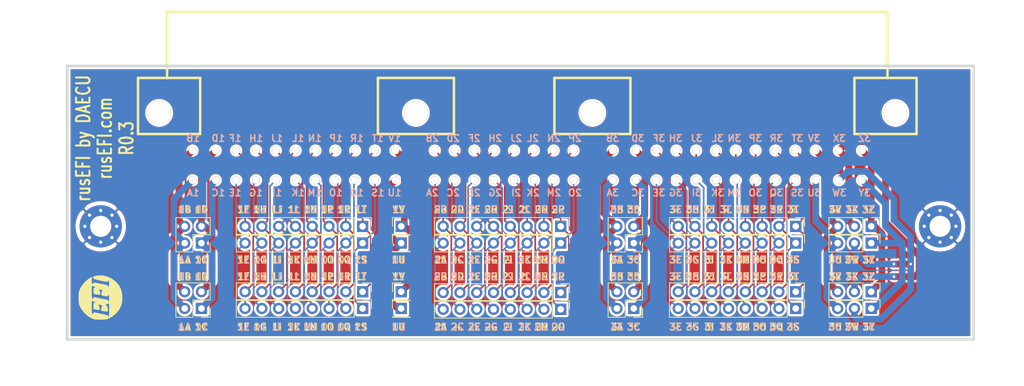
<source format=kicad_pcb>
(kicad_pcb (version 20221018) (generator pcbnew)
  (title_block (title "ECU adapter") (date "2017-02-05") (rev "R0.2") (company "DAECU"))
  (layers (0 "F.Cu" signal) (31 "B.Cu" signal) (34 "B.Paste" user) (35 "F.Paste" user) (36 "B.SilkS" user "B.Silkscreen") (37 "F.SilkS" user "F.Silkscreen") (38 "B.Mask" user) (39 "F.Mask" user) (44 "Edge.Cuts" user))
  (net 0 "")
  (net 1 "GND")
  (net 2 "Net-(P1-Pad1)")
  (net 3 "Net-(P1-Pad2)")
  (net 4 "Net-(P1-Pad3)")
  (net 5 "Net-(P14-Pad1)")
  (net 6 "Net-(P14-Pad2)")
  (net 7 "Net-(P14-Pad3)")
  (net 8 "Net-(P19-Pad1)")
  (net 9 "Net-(P20-Pad1)")
  (net 10 "Net-(P25-Pad61)")
  (net 11 "Net-(P25-Pad53)")
  (net 12 "Net-(P25-Pad54)")
  (net 13 "Net-(P25-Pad62)")
  (net 14 "Net-(P25-Pad64)")
  (net 15 "Net-(P25-Pad56)")
  (net 16 "Net-(P25-Pad55)")
  (net 17 "Net-(P25-Pad63)")
  (net 18 "Net-(P25-Pad59)")
  (net 19 "Net-(P25-Pad51)")
  (net 20 "Net-(P25-Pad52)")
  (net 21 "Net-(P25-Pad60)")
  (net 22 "Net-(P25-Pad58)")
  (net 23 "Net-(P25-Pad50)")
  (net 24 "Net-(P25-Pad49)")
  (net 25 "Net-(P25-Pad57)")
  (net 26 "Net-(P25-Pad45)")
  (net 27 "Net-(P25-Pad37)")
  (net 28 "Net-(P25-Pad38)")
  (net 29 "Net-(P25-Pad46)")
  (net 30 "Net-(P25-Pad48)")
  (net 31 "Net-(P25-Pad40)")
  (net 32 "Net-(P25-Pad39)")
  (net 33 "Net-(P25-Pad47)")
  (net 34 "Net-(P25-Pad43)")
  (net 35 "Net-(P25-Pad35)")
  (net 36 "Net-(P25-Pad36)")
  (net 37 "Net-(P25-Pad44)")
  (net 38 "Net-(P25-Pad42)")
  (net 39 "Net-(P25-Pad34)")
  (net 40 "Net-(P25-Pad33)")
  (net 41 "Net-(P25-Pad41)")
  (net 42 "Net-(P25-Pad21)")
  (net 43 "Net-(P25-Pad29)")
  (net 44 "Net-(P25-Pad22)")
  (net 45 "Net-(P25-Pad30)")
  (net 46 "Net-(P25-Pad24)")
  (net 47 "Net-(P25-Pad32)")
  (net 48 "Net-(P25-Pad23)")
  (net 49 "Net-(P25-Pad31)")
  (net 50 "Net-(P25-Pad19)")
  (net 51 "Net-(P25-Pad27)")
  (net 52 "Net-(P25-Pad20)")
  (net 53 "Net-(P25-Pad28)")
  (net 54 "Net-(P25-Pad18)")
  (net 55 "Net-(P25-Pad26)")
  (net 56 "Net-(P25-Pad17)")
  (net 57 "Net-(P25-Pad25)")
  (net 58 "Net-(P25-Pad16)")
  (net 59 "Net-(P25-Pad14)")
  (net 60 "Net-(P25-Pad13)")
  (net 61 "Net-(P25-Pad15)")
  (net 62 "Net-(P25-Pad10)")
  (net 63 "Net-(P25-Pad9)")
  (net 64 "Net-(P25-Pad8)")
  (net 65 "Net-(P25-Pad7)")
  (footprint "Connector_PinHeader_2.54mm:PinHeader_1x03_P2.54mm_Vertical" (layer "F.Cu") (at 172.466 77.216 -90)
    (fp_text reference "P1" hide)
    (fp_text value "CONN_3")
  )
  (footprint "Connector_PinHeader_2.54mm:PinHeader_1x03_P2.54mm_Vertical" (layer "F.Cu") (at 172.466 74.676 -90)
    (fp_text reference "P2" hide)
    (fp_text value "CONN_3")
  )
  (footprint "Connector_PinHeader_2.54mm:PinHeader_1x01_P2.54mm_Vertical" (layer "F.Cu") (at 101.346 77.216)
    (fp_text reference "P7" hide)
    (fp_text value "CONN_1")
  )
  (footprint "Connector_PinHeader_2.54mm:PinHeader_1x01_P2.54mm_Vertical" (layer "F.Cu") (at 101.346 74.676)
    (fp_text reference "P8" hide)
    (fp_text value "CONN_1")
  )
  (footprint "Connector_PinHeader_2.54mm:PinHeader_1x03_P2.54mm_Vertical" (layer "F.Cu") (at 172.466 67.31 -90)
    (fp_text reference "P13" hide)
    (fp_text value "CONN_3")
  )
  (footprint "Connector_PinHeader_2.54mm:PinHeader_1x03_P2.54mm_Vertical" (layer "F.Cu") (at 172.466 64.77 -90)
    (fp_text reference "P14" hide)
    (fp_text value "CONN_3")
  )
  (footprint "Connector_PinHeader_2.54mm:PinHeader_1x01_P2.54mm_Vertical" (layer "F.Cu") (at 101.346 67.31)
    (fp_text reference "P19" hide)
    (fp_text value "CONN_1")
  )
  (footprint "Connector_PinHeader_2.54mm:PinHeader_1x01_P2.54mm_Vertical" (layer "F.Cu") (at 101.346 64.77)
    (fp_text reference "P20" hide)
    (fp_text value "CONN_1")
  )
  (footprint "0176122-06:176122-6" (layer "F.Cu") (at 179.324 57.785)
    (fp_text reference "P25" hide)
    (fp_text value "0176122-06" hide)
  )
  (footprint "Connector_PinHeader_2.54mm:PinHeader_1x08_P2.54mm_Vertical" (layer "F.Cu") (at 161.036 77.216 -90)
    (fp_text reference "P26" hide)
    (fp_text value "CONN_8")
  )
  (footprint "Connector_PinHeader_2.54mm:PinHeader_1x08_P2.54mm_Vertical" (layer "F.Cu") (at 161.036 74.676 -90)
    (fp_text reference "P27" hide)
    (fp_text value "CONN_8")
  )
  (footprint "Connector_PinHeader_2.54mm:PinHeader_1x08_P2.54mm_Vertical" (layer "F.Cu") (at 125.476 77.343 -90)
    (fp_text reference "P28" hide)
    (fp_text value "CONN_8")
  )
  (footprint "Connector_PinHeader_2.54mm:PinHeader_1x08_P2.54mm_Vertical" (layer "F.Cu") (at 125.476 74.803 -90)
    (fp_text reference "P29" hide)
    (fp_text value "CONN_8")
  )
  (footprint "Connector_PinHeader_2.54mm:PinHeader_1x08_P2.54mm_Vertical" (layer "F.Cu") (at 95.504 67.31 -90)
    (fp_text reference "P30" hide)
    (fp_text value "CONN_8")
  )
  (footprint "Connector_PinHeader_2.54mm:PinHeader_1x08_P2.54mm_Vertical" (layer "F.Cu") (at 95.504 64.77 -90)
    (fp_text reference "P31" hide)
    (fp_text value "CONN_8")
  )
  (footprint "Connector_PinHeader_2.54mm:PinHeader_1x08_P2.54mm_Vertical" (layer "F.Cu") (at 161.036 67.31 -90)
    (fp_text reference "P32" hide)
    (fp_text value "CONN_8")
  )
  (footprint "Connector_PinHeader_2.54mm:PinHeader_1x08_P2.54mm_Vertical" (layer "F.Cu") (at 125.476 67.31 -90)
    (fp_text reference "P34" hide)
    (fp_text value "CONN_8")
  )
  (footprint "Connector_PinHeader_2.54mm:PinHeader_1x08_P2.54mm_Vertical" (layer "F.Cu") (at 125.476 64.77 -90)
    (fp_text reference "P35" hide)
    (fp_text value "CONN_8")
  )
  (footprint "Connector_PinHeader_2.54mm:PinHeader_1x08_P2.54mm_Vertical" (layer "F.Cu") (at 95.504 77.216 -90)
    (fp_text reference "P36" hide)
    (fp_text value "CONN_8")
  )
  (footprint "Connector_PinHeader_2.54mm:PinHeader_1x08_P2.54mm_Vertical" (layer "F.Cu") (at 95.504 74.676 -90)
    (fp_text reference "P37" hide)
    (fp_text value "CONN_8")
  )
  (footprint "Connector_PinHeader_2.54mm:PinHeader_1x08_P2.54mm_Vertical" (layer "F.Cu") (at 161.036 64.77 -90)
    (fp_text reference "P33" hide)
    (fp_text value "CONN_8")
  )
  (footprint "rusefi_lib:LOGO" (layer "F.Cu") (at 55.88 75.565 90)
    (fp_text reference "G1" hide)
    (fp_text value "LOGO" hide)
  )
  (footprint "Connector_PinHeader_2.54mm:PinHeader_2x02_P2.54mm_Vertical" (layer "F.Cu") (at 71.12 77.216 180)
    (fp_text reference "P42" hide)
    (fp_text value "Conn_01x04_Male")
  )
  (footprint "Connector_PinHeader_2.54mm:PinHeader_2x02_P2.54mm_Vertical" (layer "F.Cu") (at 71.12 67.31 180)
    (fp_text reference "P43" hide)
    (fp_text value "Conn_01x04_Male")
  )
  (footprint "Connector_PinHeader_2.54mm:PinHeader_2x02_P2.54mm_Vertical" (layer "F.Cu") (at 136.525 77.216 180)
    (fp_text reference "P3" hide)
    (fp_text value "Conn_01x04_Male")
  )
  (footprint "Connector_PinHeader_2.54mm:PinHeader_2x02_P2.54mm_Vertical" (layer "F.Cu") (at 136.525 67.31 180)
    (fp_text reference "P4" hide)
    (fp_text value "Conn_01x04_Male")
  )
  (footprint "MountingHole:MountingHole_3.2mm_M3_Pad_Via" (layer "F.Cu") (at 55.88 64.77)
    (fp_text reference "H1" hide)
    (fp_text value "MountingHole_Pad")
  )
  (footprint "MountingHole:MountingHole_3.2mm_M3_Pad_Via" (layer "F.Cu") (at 182.88 64.77)
    (fp_text reference "H2" hide)
    (fp_text value "MountingHole_Pad")
  )
  (gr_line (start 50.8 40.46) (end 187.96 40.46) (stroke (width 0.381)) (layer "Edge.Cuts"))
  (gr_line (start 187.96 81.915) (end 50.8 81.915) (stroke (width 0.381)) (layer "Edge.Cuts"))
  (gr_line (start 187.96 40.46) (end 187.96 81.915) (stroke (width 0.381)) (layer "Edge.Cuts"))
  (gr_line (start 50.8 81.915) (end 50.8 40.46) (stroke (width 0.381)) (layer "Edge.Cuts"))
  (gr_text "1E" (at 77.47 69.85) (layer "B.SilkS") (effects (font (size 1.016 1.016) (thickness 0.22352)) (justify mirror)))
  (gr_text "1F" (at 77.47 62.23) (layer "B.SilkS") (effects (font (size 1.016 1.016) (thickness 0.22352)) (justify mirror)))
  (gr_text "1C" (at 71.12 69.85) (layer "B.SilkS") (effects (font (size 1.016 1.016) (thickness 0.22352)) (justify mirror)))
  (gr_text "1D" (at 71.12 62.23) (layer "B.SilkS") (effects (font (size 1.016 1.016) (thickness 0.22352)) (justify mirror)))
  (gr_text "1B" (at 68.58 62.23) (layer "B.SilkS") (effects (font (size 1.016 1.016) (thickness 0.22352)) (justify mirror)))
  (gr_text "1A" (at 68.58 69.85) (layer "B.SilkS") (effects (font (size 1.016 1.016) (thickness 0.22352)) (justify mirror)))
  (gr_text "1P" (at 90.17 62.23) (layer "B.SilkS") (effects (font (size 1.016 1.016) (thickness 0.22352)) (justify mirror)))
  (gr_text "1L" (at 85.09 62.23) (layer "B.SilkS") (effects (font (size 1.016 1.016) (thickness 0.22352)) (justify mirror)))
  (gr_text "1R" (at 92.71 62.23) (layer "B.SilkS") (effects (font (size 1.016 1.016) (thickness 0.22352)) (justify mirror)))
  (gr_text "1H" (at 80.01 62.23) (layer "B.SilkS") (effects (font (size 1.016 1.016) (thickness 0.22352)) (justify mirror)))
  (gr_text "1T" (at 95.25 62.23) (layer "B.SilkS") (effects (font (size 1.016 1.016) (thickness 0.22352)) (justify mirror)))
  (gr_text "1S" (at 95.25 69.85) (layer "B.SilkS") (effects (font (size 1.016 1.016) (thickness 0.22352)) (justify mirror)))
  (gr_text "1N" (at 87.63 62.23) (layer "B.SilkS") (effects (font (size 1.016 1.016) (thickness 0.22352)) (justify mirror)))
  (gr_text "1V" (at 100.965 62.23) (layer "B.SilkS") (effects (font (size 1.016 1.016) (thickness 0.22352)) (justify mirror)))
  (gr_text "1J" (at 82.55 62.23) (layer "B.SilkS") (effects (font (size 1.016 1.016) (thickness 0.22352)) (justify mirror)))
  (gr_text "1U" (at 100.965 69.85) (layer "B.SilkS") (effects (font (size 1.016 1.016) (thickness 0.22352)) (justify mirror)))
  (gr_text "2O" (at 125.095 69.85) (layer "B.SilkS") (effects (font (size 1.016 1.016) (thickness 0.22352)) (justify mirror)))
  (gr_text "3B" (at 133.985 62.23) (layer "B.SilkS") (effects (font (size 1.016 1.016) (thickness 0.22352)) (justify mirror)))
  (gr_text "3A" (at 133.985 69.85) (layer "B.SilkS") (effects (font (size 1.016 1.016) (thickness 0.22352)) (justify mirror)))
  (gr_text "2I" (at 117.475 69.85) (layer "B.SilkS") (effects (font (size 1.016 1.016) (thickness 0.22352)) (justify mirror)))
  (gr_text "2C" (at 109.855 69.85) (layer "B.SilkS") (effects (font (size 1.016 1.016) (thickness 0.22352)) (justify mirror)))
  (gr_text "3D" (at 136.525 62.23) (layer "B.SilkS") (effects (font (size 1.016 1.016) (thickness 0.22352)) (justify mirror)))
  (gr_text "2G" (at 114.935 69.85) (layer "B.SilkS") (effects (font (size 1.016 1.016) (thickness 0.22352)) (justify mirror)))
  (gr_text "3C" (at 136.525 69.85) (layer "B.SilkS") (effects (font (size 1.016 1.016) (thickness 0.22352)) (justify mirror)))
  (gr_text "2E" (at 112.395 69.85) (layer "B.SilkS") (effects (font (size 1.016 1.016) (thickness 0.22352)) (justify mirror)))
  (gr_text "2M" (at 122.555 69.85) (layer "B.SilkS") (effects (font (size 1.016 1.016) (thickness 0.22352)) (justify mirror)))
  (gr_text "3O" (at 155.575 69.85) (layer "B.SilkS") (effects (font (size 1.016 1.016) (thickness 0.22352)) (justify mirror)))
  (gr_text "3Y" (at 172.085 69.85) (layer "B.SilkS") (effects (font (size 1.016 1.016) (thickness 0.22352)) (justify mirror)))
  (gr_text "3F" (at 142.875 62.23) (layer "B.SilkS") (effects (font (size 1.016 1.016) (thickness 0.22352)) (justify mirror)))
  (gr_text "3M" (at 153.035 69.85) (layer "B.SilkS") (effects (font (size 1.016 1.016) (thickness 0.22352)) (justify mirror)))
  (gr_text "3G" (at 145.415 69.85) (layer "B.SilkS") (effects (font (size 1.016 1.016) (thickness 0.22352)) (justify mirror)))
  (gr_text "3K" (at 150.495 69.85) (layer "B.SilkS") (effects (font (size 1.016 1.016) (thickness 0.22352)) (justify mirror)))
  (gr_text "3L" (at 150.495 62.23) (layer "B.SilkS") (effects (font (size 1.016 1.016) (thickness 0.22352)) (justify mirror)))
  (gr_text "3W" (at 169.545 69.85) (layer "B.SilkS") (effects (font (size 1.016 1.016) (thickness 0.22352)) (justify mirror)))
  (gr_text "3N" (at 153.035 62.23) (layer "B.SilkS") (effects (font (size 1.016 1.016) (thickness 0.22352)) (justify mirror)))
  (gr_text "3Q" (at 158.115 69.85) (layer "B.SilkS") (effects (font (size 1.016 1.016) (thickness 0.22352)) (justify mirror)))
  (gr_text "3T" (at 160.655 62.23) (layer "B.SilkS") (effects (font (size 1.016 1.016) (thickness 0.22352)) (justify mirror)))
  (gr_text "3X" (at 169.545 62.23) (layer "B.SilkS") (effects (font (size 1.016 1.016) (thickness 0.22352)) (justify mirror)))
  (gr_text "3V" (at 167.005 62.23) (layer "B.SilkS") (effects (font (size 1.016 1.016) (thickness 0.22352)) (justify mirror)))
  (gr_text "3S" (at 160.655 69.85) (layer "B.SilkS") (effects (font (size 1.016 1.016) (thickness 0.22352)) (justify mirror)))
  (gr_text "3Z" (at 172.085 62.23) (layer "B.SilkS") (effects (font (size 1.016 1.016) (thickness 0.22352)) (justify mirror)))
  (gr_text "3R" (at 158.115 62.23) (layer "B.SilkS") (effects (font (size 1.016 1.016) (thickness 0.22352)) (justify mirror)))
  (gr_text "3H" (at 145.415 62.23) (layer "B.SilkS") (effects (font (size 1.016 1.016) (thickness 0.22352)) (justify mirror)))
  (gr_text "3P" (at 155.575 62.23) (layer "B.SilkS") (effects (font (size 1.016 1.016) (thickness 0.22352)) (justify mirror)))
  (gr_text "3U" (at 167.005 69.85) (layer "B.SilkS") (effects (font (size 1.016 1.016) (thickness 0.22352)) (justify mirror)))
  (gr_text "3E" (at 142.875 69.85) (layer "B.SilkS") (effects (font (size 1.016 1.016) (thickness 0.22352)) (justify mirror)))
  (gr_text "2B" (at 107.315 62.23) (layer "B.SilkS") (effects (font (size 1.016 1.016) (thickness 0.22352)) (justify mirror)))
  (gr_text "2L" (at 120.015 62.23) (layer "B.SilkS") (effects (font (size 1.016 1.016) (thickness 0.22352)) (justify mirror)))
  (gr_text "2H" (at 114.935 62.23) (layer "B.SilkS") (effects (font (size 1.016 1.016) (thickness 0.22352)) (justify mirror)))
  (gr_text "2N" (at 122.555 62.23) (layer "B.SilkS") (effects (font (size 1.016 1.016) (thickness 0.22352)) (justify mirror)))
  (gr_text "2D" (at 109.855 62.23) (layer "B.SilkS") (effects (font (size 1.016 1.016) (thickness 0.22352)) (justify mirror)))
  (gr_text "2P" (at 125.095 62.23) (layer "B.SilkS") (effects (font (size 1.016 1.016) (thickness 0.22352)) (justify mirror)))
  (gr_text "2J" (at 117.475 62.23) (layer "B.SilkS") (effects (font (size 1.016 1.016) (thickness 0.22352)) (justify mirror)))
  (gr_text "1M" (at 87.63 69.85) (layer "B.SilkS") (effects (font (size 1.016 1.016) (thickness 0.22352)) (justify mirror)))
  (gr_text "1O" (at 90.17 69.85) (layer "B.SilkS") (effects (font (size 1.016 1.016) (thickness 0.22352)) (justify mirror)))
  (gr_text "2F" (at 112.395 62.23) (layer "B.SilkS") (effects (font (size 1.016 1.016) (thickness 0.22352)) (justify mirror)))
  (gr_text "2A" (at 107.315 69.85) (layer "B.SilkS") (effects (font (size 1.016 1.016) (thickness 0.22352)) (justify mirror)))
  (gr_text "1I" (at 82.55 69.85) (layer "B.SilkS") (effects (font (size 1.016 1.016) (thickness 0.22352)) (justify mirror)))
  (gr_text "1K" (at 85.09 69.85) (layer "B.SilkS") (effects (font (size 1.016 1.016) (thickness 0.22352)) (justify mirror)))
  (gr_text "1Q" (at 92.71 69.85) (layer "B.SilkS") (effects (font (size 1.016 1.016) (thickness 0.22352)) (justify mirror)))
  (gr_text "2K" (at 120.015 69.85) (layer "B.SilkS") (effects (font (size 1.016 1.016) (thickness 0.22352)) (justify mirror)))
  (gr_text "1G" (at 80.01 69.85) (layer "B.SilkS") (effects (font (size 1.016 1.016) (thickness 0.22352)) (justify mirror)))
  (gr_text "3J" (at 147.955 62.23) (layer "B.SilkS") (effects (font (size 1.016 1.016) (thickness 0.22352)) (justify mirror)))
  (gr_text "3I" (at 147.955 69.85) (layer "B.SilkS") (effects (font (size 1.016 1.016) (thickness 0.22352)) (justify mirror)))
  (gr_text "2M" (at 122.555 80.01) (layer "B.SilkS") (effects (font (size 1.016 1.016) (thickness 0.22352)) (justify mirror)))
  (gr_text "1H" (at 80.01 72.39) (layer "B.SilkS") (effects (font (size 1.016 1.016) (thickness 0.22352)) (justify mirror)))
  (gr_text "2C" (at 109.855 80.01) (layer "B.SilkS") (effects (font (size 1.016 1.016) (thickness 0.22352)) (justify mirror)))
  (gr_text "1D" (at 71.12 72.39) (layer "B.SilkS") (effects (font (size 1.016 1.016) (thickness 0.22352)) (justify mirror)))
  (gr_text "1E" (at 77.47 80.01) (layer "B.SilkS") (effects (font (size 1.016 1.016) (thickness 0.22352)) (justify mirror)))
  (gr_text "3A" (at 133.985 80.01) (layer "B.SilkS") (effects (font (size 1.016 1.016) (thickness 0.22352)) (justify mirror)))
  (gr_text "1P" (at 90.17 72.39) (layer "B.SilkS") (effects (font (size 1.016 1.016) (thickness 0.22352)) (justify mirror)))
  (gr_text "1C" (at 71.12 80.01) (layer "B.SilkS") (effects (font (size 1.016 1.016) (thickness 0.22352)) (justify mirror)))
  (gr_text "2E" (at 112.395 80.01) (layer "B.SilkS") (effects (font (size 1.016 1.016) (thickness 0.22352)) (justify mirror)))
  (gr_text "3Y" (at 172.085 80.01) (layer "B.SilkS") (effects (font (size 1.016 1.016) (thickness 0.22352)) (justify mirror)))
  (gr_text "1L" (at 85.09 72.39) (layer "B.SilkS") (effects (font (size 1.016 1.016) (thickness 0.22352)) (justify mirror)))
  (gr_text "2O" (at 125.095 80.01) (layer "B.SilkS") (effects (font (size 1.016 1.016) (thickness 0.22352)) (justify mirror)))
  (gr_text "1V" (at 100.965 72.39) (layer "B.SilkS") (effects (font (size 1.016 1.016) (thickness 0.22352)) (justify mirror)))
  (gr_text "1J" (at 82.55 72.39) (layer "B.SilkS") (effects (font (size 1.016 1.016) (thickness 0.22352)) (justify mirror)))
  (gr_text "2I" (at 117.475 80.01) (layer "B.SilkS") (effects (font (size 1.016 1.016) (thickness 0.22352)) (justify mirror)))
  (gr_text "2G" (at 114.935 80.01) (layer "B.SilkS") (effects (font (size 1.016 1.016) (thickness 0.22352)) (justify mirror)))
  (gr_text "1B" (at 68.58 72.39) (layer "B.SilkS") (effects (font (size 1.016 1.016) (thickness 0.22352)) (justify mirror)))
  (gr_text "1F" (at 77.47 72.39) (layer "B.SilkS") (effects (font (size 1.016 1.016) (thickness 0.22352)) (justify mirror)))
  (gr_text "1N" (at 87.63 72.39) (layer "B.SilkS") (effects (font (size 1.016 1.016) (thickness 0.22352)) (justify mirror)))
  (gr_text "1U" (at 100.965 80.01) (layer "B.SilkS") (effects (font (size 1.016 1.016) (thickness 0.22352)) (justify mirror)))
  (gr_text "1S" (at 95.25 80.01) (layer "B.SilkS") (effects (font (size 1.016 1.016) (thickness 0.22352)) (justify mirror)))
  (gr_text "3B" (at 133.985 72.39) (layer "B.SilkS") (effects (font (size 1.016 1.016) (thickness 0.22352)) (justify mirror)))
  (gr_text "3C" (at 136.525 80.01) (layer "B.SilkS") (effects (font (size 1.016 1.016) (thickness 0.22352)) (justify mirror)))
  (gr_text "1A" (at 68.58 80.01) (layer "B.SilkS") (effects (font (size 1.016 1.016) (thickness 0.22352)) (justify mirror)))
  (gr_text "3O" (at 155.575 80.01) (layer "B.SilkS") (effects (font (size 1.016 1.016) (thickness 0.22352)) (justify mirror)))
  (gr_text "3F" (at 142.875 72.39) (layer "B.SilkS") (effects (font (size 1.016 1.016) (thickness 0.22352)) (justify mirror)))
  (gr_text "1T" (at 95.25 72.39) (layer "B.SilkS") (effects (font (size 1.016 1.016) (thickness 0.22352)) (justify mirror)))
  (gr_text "3D" (at 136.525 72.39) (layer "B.SilkS") (effects (font (size 1.016 1.016) (thickness 0.22352)) (justify mirror)))
  (gr_text "3I" (at 147.955 80.01) (layer "B.SilkS") (effects (font (size 1.016 1.016) (thickness 0.22352)) (justify mirror)))
  (gr_text "1R" (at 92.71 72.39) (layer "B.SilkS") (effects (font (size 1.016 1.016) (thickness 0.22352)) (justify mirror)))
  (gr_text "1G" (at 80.01 80.01) (layer "B.SilkS") (effects (font (size 1.016 1.016) (thickness 0.22352)) (justify mirror)))
  (gr_text "3H" (at 145.415 72.39) (layer "B.SilkS") (effects (font (size 1.016 1.016) (thickness 0.22352)) (justify mirror)))
  (gr_text "3T" (at 160.655 72.39) (layer "B.SilkS") (effects (font (size 1.016 1.016) (thickness 0.22352)) (justify mirror)))
  (gr_text "3S" (at 160.655 80.01) (layer "B.SilkS") (effects (font (size 1.016 1.016) (thickness 0.22352)) (justify mirror)))
  (gr_text "3Q" (at 158.115 80.01) (layer "B.SilkS") (effects (font (size 1.016 1.016) (thickness 0.22352)) (justify mirror)))
  (gr_text "1O" (at 90.17 80.01) (layer "B.SilkS") (effects (font (size 1.016 1.016) (thickness 0.22352)) (justify mirror)))
  (gr_text "2D" (at 109.855 72.39) (layer "B.SilkS") (effects (font (size 1.016 1.016) (thickness 0.22352)) (justify mirror)))
  (gr_text "3G" (at 145.415 80.01) (layer "B.SilkS") (effects (font (size 1.016 1.016) (thickness 0.22352)) (justify mirror)))
  (gr_text "3L" (at 150.495 72.39) (layer "B.SilkS") (effects (font (size 1.016 1.016) (thickness 0.22352)) (justify mirror)))
  (gr_text "3P" (at 155.575 72.39) (layer "B.SilkS") (effects (font (size 1.016 1.016) (thickness 0.22352)) (justify mirror)))
  (gr_text "2L" (at 120.015 72.39) (layer "B.SilkS") (effects (font (size 1.016 1.016) (thickness 0.22352)) (justify mirror)))
  (gr_text "2H" (at 114.935 72.39) (layer "B.SilkS") (effects (font (size 1.016 1.016) (thickness 0.22352)) (justify mirror)))
  (gr_text "2P" (at 125.095 72.39) (layer "B.SilkS") (effects (font (size 1.016 1.016) (thickness 0.22352)) (justify mirror)))
  (gr_text "3N" (at 153.035 72.39) (layer "B.SilkS") (effects (font (size 1.016 1.016) (thickness 0.22352)) (justify mirror)))
  (gr_text "3X" (at 169.545 72.39) (layer "B.SilkS") (effects (font (size 1.016 1.016) (thickness 0.22352)) (justify mirror)))
  (gr_text "3U" (at 167.005 80.01) (layer "B.SilkS") (effects (font (size 1.016 1.016) (thickness 0.22352)) (justify mirror)))
  (gr_text "2N" (at 122.555 72.39) (layer "B.SilkS") (effects (font (size 1.016 1.016) (thickness 0.22352)) (justify mirror)))
  (gr_text "3V" (at 167.005 72.39) (layer "B.SilkS") (effects (font (size 1.016 1.016) (thickness 0.22352)) (justify mirror)))
  (gr_text "3J" (at 147.955 72.39) (layer "B.SilkS") (effects (font (size 1.016 1.016) (thickness 0.22352)) (justify mirror)))
  (gr_text "3K" (at 150.495 80.01) (layer "B.SilkS") (effects (font (size 1.016 1.016) (thickness 0.22352)) (justify mirror)))
  (gr_text "3Z" (at 172.085 72.39) (layer "B.SilkS") (effects (font (size 1.016 1.016) (thickness 0.22352)) (justify mirror)))
  (gr_text "3R" (at 158.115 72.39) (layer "B.SilkS") (effects (font (size 1.016 1.016) (thickness 0.22352)) (justify mirror)))
  (gr_text "2J" (at 117.475 72.39) (layer "B.SilkS") (effects (font (size 1.016 1.016) (thickness 0.22352)) (justify mirror)))
  (gr_text "2F" (at 112.395 72.39) (layer "B.SilkS") (effects (font (size 1.016 1.016) (thickness 0.22352)) (justify mirror)))
  (gr_text "3M" (at 153.035 80.01) (layer "B.SilkS") (effects (font (size 1.016 1.016) (thickness 0.22352)) (justify mirror)))
  (gr_text "1M" (at 87.63 80.01) (layer "B.SilkS") (effects (font (size 1.016 1.016) (thickness 0.22352)) (justify mirror)))
  (gr_text "3W" (at 169.545 80.01) (layer "B.SilkS") (effects (font (size 1.016 1.016) (thickness 0.22352)) (justify mirror)))
  (gr_text "2A" (at 107.315 80.01) (layer "B.SilkS") (effects (font (size 1.016 1.016) (thickness 0.22352)) (justify mirror)))
  (gr_text "3E" (at 142.875 80.01) (layer "B.SilkS") (effects (font (size 1.016 1.016) (thickness 0.22352)) (justify mirror)))
  (gr_text "1I" (at 82.55 80.01) (layer "B.SilkS") (effects (font (size 1.016 1.016) (thickness 0.22352)) (justify mirror)))
  (gr_text "1K" (at 85.09 80.01) (layer "B.SilkS") (effects (font (size 1.016 1.016) (thickness 0.22352)) (justify mirror)))
  (gr_text "1Q" (at 92.71 80.01) (layer "B.SilkS") (effects (font (size 1.016 1.016) (thickness 0.22352)) (justify mirror)))
  (gr_text "2K" (at 120.015 80.01) (layer "B.SilkS") (effects (font (size 1.016 1.016) (thickness 0.22352)) (justify mirror)))
  (gr_text "2B" (at 107.315 72.39) (layer "B.SilkS") (effects (font (size 1.016 1.016) (thickness 0.22352)) (justify mirror)))
  (gr_text "2M" (at 124.46 59.69) (layer "B.SilkS") (effects (font (size 1.016 1.016) (thickness 0.22352)) (justify mirror)))
  (gr_text "1H" (at 79.375 51.435) (layer "B.SilkS") (effects (font (size 1.016 1.016) (thickness 0.22352)) (justify mirror)))
  (gr_text "2C" (at 109.22 59.69) (layer "B.SilkS") (effects (font (size 1.016 1.016) (thickness 0.22352)) (justify mirror)))
  (gr_text "1D" (at 73.66 51.435) (layer "B.SilkS") (effects (font (size 1.016 1.016) (thickness 0.22352)) (justify mirror)))
  (gr_text "1E" (at 76.2 59.69) (layer "B.SilkS") (effects (font (size 1.016 1.016) (thickness 0.22352)) (justify mirror)))
  (gr_text "3A" (at 133.35 59.69) (layer "B.SilkS") (effects (font (size 1.016 1.016) (thickness 0.22352)) (justify mirror)))
  (gr_text "1P" (at 91.44 51.435) (layer "B.SilkS") (effects (font (size 1.016 1.016) (thickness 0.22352)) (justify mirror)))
  (gr_text "1C" (at 73.66 59.69) (layer "B.SilkS") (effects (font (size 1.016 1.016) (thickness 0.22352)) (justify mirror)))
  (gr_text "2E" (at 112.395 59.69) (layer "B.SilkS") (effects (font (size 1.016 1.016) (thickness 0.22352)) (justify mirror)))
  (gr_text "3Y" (at 171.45 59.69) (layer "B.SilkS") (effects (font (size 1.016 1.016) (thickness 0.22352)) (justify mirror)))
  (gr_text "1L" (at 85.725 51.435) (layer "B.SilkS") (effects (font (size 1.016 1.016) (thickness 0.22352)) (justify mirror)))
  (gr_text "2O" (at 127.635 59.69) (layer "B.SilkS") (effects (font (size 1.016 1.016) (thickness 0.22352)) (justify mirror)))
  (gr_text "1V" (at 100.33 51.435) (layer "B.SilkS") (effects (font (size 1.016 1.016) (thickness 0.22352)) (justify mirror)))
  (gr_text "1J" (at 82.55 51.435) (layer "B.SilkS") (effects (font (size 1.016 1.016) (thickness 0.22352)) (justify mirror)))
  (gr_text "2I" (at 118.745 59.69) (layer "B.SilkS") (effects (font (size 1.016 1.016) (thickness 0.22352)) (justify mirror)))
  (gr_text "2G" (at 115.57 59.69) (layer "B.SilkS") (effects (font (size 1.016 1.016) (thickness 0.22352)) (justify mirror)))
  (gr_text "1B" (at 69.85 51.435) (layer "B.SilkS") (effects (font (size 1.016 1.016) (thickness 0.22352)) (justify mirror)))
  (gr_text "1F" (at 76.2 51.435) (layer "B.SilkS") (effects (font (size 1.016 1.016) (thickness 0.22352)) (justify mirror)))
  (gr_text "1N" (at 88.265 51.435) (layer "B.SilkS") (effects (font (size 1.016 1.016) (thickness 0.22352)) (justify mirror)))
  (gr_text "1U" (at 100.33 59.69) (layer "B.SilkS") (effects (font (size 1.016 1.016) (thickness 0.22352)) (justify mirror)))
  (gr_text "1S" (at 97.79 59.69) (layer "B.SilkS") (effects (font (size 1.016 1.016) (thickness 0.22352)) (justify mirror)))
  (gr_text "3B" (at 133.35 51.435) (layer "B.SilkS") (effects (font (size 1.016 1.016) (thickness 0.22352)) (justify mirror)))
  (gr_text "3C" (at 137.16 59.69) (layer "B.SilkS") (effects (font (size 1.016 1.016) (thickness 0.22352)) (justify mirror)))
  (gr_text "1A" (at 69.85 59.69) (layer "B.SilkS") (effects (font (size 1.016 1.016) (thickness 0.22352)) (justify mirror)))
  (gr_text "3O" (at 154.94 59.69) (layer "B.SilkS") (effects (font (size 1.016 1.016) (thickness 0.22352)) (justify mirror)))
  (gr_text "3F" (at 140.335 51.435) (layer "B.SilkS") (effects (font (size 1.016 1.016) (thickness 0.22352)) (justify mirror)))
  (gr_text "1T" (at 97.79 51.435) (layer "B.SilkS") (effects (font (size 1.016 1.016) (thickness 0.22352)) (justify mirror)))
  (gr_text "3D" (at 137.16 51.435) (layer "B.SilkS") (effects (font (size 1.016 1.016) (thickness 0.22352)) (justify mirror)))
  (gr_text "3I" (at 146.05 59.69) (layer "B.SilkS") (effects (font (size 1.016 1.016) (thickness 0.22352)) (justify mirror)))
  (gr_text "1R" (at 94.615 51.435) (layer "B.SilkS") (effects (font (size 1.016 1.016) (thickness 0.22352)) (justify mirror)))
  (gr_text "1G" (at 79.375 59.69) (layer "B.SilkS") (effects (font (size 1.016 1.016) (thickness 0.22352)) (justify mirror)))
  (gr_text "3H" (at 142.875 51.435) (layer "B.SilkS") (effects (font (size 1.016 1.016) (thickness 0.22352)) (justify mirror)))
  (gr_text "3T" (at 161.29 51.435) (layer "B.SilkS") (effects (font (size 1.016 1.016) (thickness 0.22352)) (justify mirror)))
  (gr_text "3S" (at 161.29 59.69) (layer "B.SilkS") (effects (font (size 1.016 1.016) (thickness 0.22352)) (justify mirror)))
  (gr_text "3Q" (at 158.115 59.69) (layer "B.SilkS") (effects (font (size 1.016 1.016) (thickness 0.22352)) (justify mirror)))
  (gr_text "1O" (at 91.44 59.69) (layer "B.SilkS") (effects (font (size 1.016 1.016) (thickness 0.22352)) (justify mirror)))
  (gr_text "2D" (at 109.22 51.435) (layer "B.SilkS") (effects (font (size 1.016 1.016) (thickness 0.22352)) (justify mirror)))
  (gr_text "3G" (at 142.875 59.69) (layer "B.SilkS") (effects (font (size 1.016 1.016) (thickness 0.22352)) (justify mirror)))
  (gr_text "3L" (at 149.225 51.435) (layer "B.SilkS") (effects (font (size 1.016 1.016) (thickness 0.22352)) (justify mirror)))
  (gr_text "3P" (at 154.94 51.435) (layer "B.SilkS") (effects (font (size 1.016 1.016) (thickness 0.22352)) (justify mirror)))
  (gr_text "2L" (at 121.285 51.435) (layer "B.SilkS") (effects (font (size 1.016 1.016) (thickness 0.22352)) (justify mirror)))
  (gr_text "2H" (at 115.57 51.435) (layer "B.SilkS") (effects (font (size 1.016 1.016) (thickness 0.22352)) (justify mirror)))
  (gr_text "2P" (at 127.635 51.435) (layer "B.SilkS") (effects (font (size 1.016 1.016) (thickness 0.22352)) (justify mirror)))
  (gr_text "3N" (at 151.765 51.435) (layer "B.SilkS") (effects (font (size 1.016 1.016) (thickness 0.22352)) (justify mirror)))
  (gr_text "3X" (at 167.64 51.435) (layer "B.SilkS") (effects (font (size 1.016 1.016) (thickness 0.22352)) (justify mirror)))
  (gr_text "3U" (at 163.83 59.69) (layer "B.SilkS") (effects (font (size 1.016 1.016) (thickness 0.22352)) (justify mirror)))
  (gr_text "2N" (at 124.46 51.435) (layer "B.SilkS") (effects (font (size 1.016 1.016) (thickness 0.22352)) (justify mirror)))
  (gr_text "3V" (at 163.83 51.435) (layer "B.SilkS") (effects (font (size 1.016 1.016) (thickness 0.22352)) (justify mirror)))
  (gr_text "3J" (at 146.05 51.435) (layer "B.SilkS") (effects (font (size 1.016 1.016) (thickness 0.22352)) (justify mirror)))
  (gr_text "3K" (at 149.225 59.69) (layer "B.SilkS") (effects (font (size 1.016 1.016) (thickness 0.22352)) (justify mirror)))
  (gr_text "3Z" (at 171.45 51.435) (layer "B.SilkS") (effects (font (size 1.016 1.016) (thickness 0.22352)) (justify mirror)))
  (gr_text "3R" (at 158.115 51.435) (layer "B.SilkS") (effects (font (size 1.016 1.016) (thickness 0.22352)) (justify mirror)))
  (gr_text "2J" (at 118.745 51.435) (layer "B.SilkS") (effects (font (size 1.016 1.016) (thickness 0.22352)) (justify mirror)))
  (gr_text "2F" (at 112.395 51.435) (layer "B.SilkS") (effects (font (size 1.016 1.016) (thickness 0.22352)) (justify mirror)))
  (gr_text "3M" (at 151.765 59.69) (layer "B.SilkS") (effects (font (size 1.016 1.016) (thickness 0.22352)) (justify mirror)))
  (gr_text "1M" (at 88.265 59.69) (layer "B.SilkS") (effects (font (size 1.016 1.016) (thickness 0.22352)) (justify mirror)))
  (gr_text "3W" (at 167.64 59.69) (layer "B.SilkS") (effects (font (size 1.016 1.016) (thickness 0.22352)) (justify mirror)))
  (gr_text "2A" (at 106.045 59.69) (layer "B.SilkS") (effects (font (size 1.016 1.016) (thickness 0.22352)) (justify mirror)))
  (gr_text "3E" (at 140.335 59.69) (layer "B.SilkS") (effects (font (size 1.016 1.016) (thickness 0.22352)) (justify mirror)))
  (gr_text "1I" (at 82.55 59.69) (layer "B.SilkS") (effects (font (size 1.016 1.016) (thickness 0.22352)) (justify mirror)))
  (gr_text "1K" (at 85.725 59.69) (layer "B.SilkS") (effects (font (size 1.016 1.016) (thickness 0.22352)) (justify mirror)))
  (gr_text "1Q" (at 94.615 59.69) (layer "B.SilkS") (effects (font (size 1.016 1.016) (thickness 0.22352)) (justify mirror)))
  (gr_text "2K" (at 121.285 59.69) (layer "B.SilkS") (effects (font (size 1.016 1.016) (thickness 0.22352)) (justify mirror)))
  (gr_text "2B" (at 106.045 51.435) (layer "B.SilkS") (effects (font (size 1.016 1.016) (thickness 0.22352)) (justify mirror)))
  (gr_text "1Q" (at 92.71 69.85) (layer "F.SilkS") (effects (font (size 1.016 1.016) (thickness 0.22352))))
  (gr_text "1E" (at 77.47 80.01) (layer "F.SilkS") (effects (font (size 1.016 1.016) (thickness 0.22352))))
  (gr_text "1F" (at 77.47 72.39) (layer "F.SilkS") (effects (font (size 1.016 1.016) (thickness 0.22352))))
  (gr_text "1P" (at 90.17 72.39) (layer "F.SilkS") (effects (font (size 1.016 1.016) (thickness 0.22352))))
  (gr_text "1L" (at 85.09 72.39) (layer "F.SilkS") (effects (font (size 1.016 1.016) (thickness 0.22352))))
  (gr_text "1R" (at 92.71 72.39) (layer "F.SilkS") (effects (font (size 1.016 1.016) (thickness 0.22352))))
  (gr_text "1H" (at 80.01 72.39) (layer "F.SilkS") (effects (font (size 1.016 1.016) (thickness 0.22352))))
  (gr_text "1T" (at 95.25 72.39) (layer "F.SilkS") (effects (font (size 1.016 1.016) (thickness 0.22352))))
  (gr_text "1S" (at 95.25 80.01) (layer "F.SilkS") (effects (font (size 1.016 1.016) (thickness 0.22352))))
  (gr_text "1N" (at 87.63 72.39) (layer "F.SilkS") (effects (font (size 1.016 1.016) (thickness 0.22352))))
  (gr_text "1J" (at 82.55 72.39) (layer "F.SilkS") (effects (font (size 1.016 1.016) (thickness 0.22352))))
  (gr_text "1M" (at 87.63 80.01) (layer "F.SilkS") (effects (font (size 1.016 1.016) (thickness 0.22352))))
  (gr_text "1O" (at 90.17 80.01) (layer "F.SilkS") (effects (font (size 1.016 1.016) (thickness 0.22352))))
  (gr_text "1I" (at 82.55 80.01) (layer "F.SilkS") (effects (font (size 1.016 1.016) (thickness 0.22352))))
  (gr_text "1K" (at 85.09 80.01) (layer "F.SilkS") (effects (font (size 1.016 1.016) (thickness 0.22352))))
  (gr_text "1Q" (at 92.71 80.01) (layer "F.SilkS") (effects (font (size 1.016 1.016) (thickness 0.22352))))
  (gr_text "1G" (at 80.01 80.01) (layer "F.SilkS") (effects (font (size 1.016 1.016) (thickness 0.22352))))
  (gr_text "1V" (at 100.965 72.39) (layer "F.SilkS") (effects (font (size 1.016 1.016) (thickness 0.22352))))
  (gr_text "1U" (at 100.965 80.01) (layer "F.SilkS") (effects (font (size 1.016 1.016) (thickness 0.22352))))
  (gr_text "2A" (at 107.315 69.85) (layer "F.SilkS") (effects (font (size 1.016 1.016) (thickness 0.22352))))
  (gr_text "2K" (at 120.015 69.85) (layer "F.SilkS") (effects (font (size 1.016 1.016) (thickness 0.22352))))
  (gr_text "2G" (at 114.935 69.85) (layer "F.SilkS") (effects (font (size 1.016 1.016) (thickness 0.22352))))
  (gr_text "2M" (at 122.555 69.85) (layer "F.SilkS") (effects (font (size 1.016 1.016) (thickness 0.22352))))
  (gr_text "2C" (at 109.855 69.85) (layer "F.SilkS") (effects (font (size 1.016 1.016) (thickness 0.22352))))
  (gr_text "2O" (at 125.095 69.85) (layer "F.SilkS") (effects (font (size 1.016 1.016) (thickness 0.22352))))
  (gr_text "2I" (at 117.475 69.85) (layer "F.SilkS") (effects (font (size 1.016 1.016) (thickness 0.22352))))
  (gr_text "2E" (at 112.395 69.85) (layer "F.SilkS") (effects (font (size 1.016 1.016) (thickness 0.22352))))
  (gr_text "3C" (at 136.525 69.85) (layer "F.SilkS") (effects (font (size 1.016 1.016) (thickness 0.22352))))
  (gr_text "3A" (at 133.985 69.85) (layer "F.SilkS") (effects (font (size 1.016 1.016) (thickness 0.22352))))
  (gr_text "2O" (at 125.095 80.01) (layer "F.SilkS") (effects (font (size 1.016 1.016) (thickness 0.22352))))
  (gr_text "2I" (at 117.475 80.01) (layer "F.SilkS") (effects (font (size 1.016 1.016) (thickness 0.22352))))
  (gr_text "2C" (at 109.855 80.01) (layer "F.SilkS") (effects (font (size 1.016 1.016) (thickness 0.22352))))
  (gr_text "2G" (at 114.935 80.01) (layer "F.SilkS") (effects (font (size 1.016 1.016) (thickness 0.22352))))
  (gr_text "2E" (at 112.395 80.01) (layer "F.SilkS") (effects (font (size 1.016 1.016) (thickness 0.22352))))
  (gr_text "2M" (at 122.555 80.01) (layer "F.SilkS") (effects (font (size 1.016 1.016) (thickness 0.22352))))
  (gr_text "2B" (at 107.315 72.39) (layer "F.SilkS") (effects (font (size 1.016 1.016) (thickness 0.22352))))
  (gr_text "2L" (at 120.015 72.39) (layer "F.SilkS") (effects (font (size 1.016 1.016) (thickness 0.22352))))
  (gr_text "2H" (at 114.935 72.39) (layer "F.SilkS") (effects (font (size 1.016 1.016) (thickness 0.22352))))
  (gr_text "2N" (at 122.555 72.39) (layer "F.SilkS") (effects (font (size 1.016 1.016) (thickness 0.22352))))
  (gr_text "2D" (at 109.855 72.39) (layer "F.SilkS") (effects (font (size 1.016 1.016) (thickness 0.22352))))
  (gr_text "2P" (at 125.095 72.39) (layer "F.SilkS") (effects (font (size 1.016 1.016) (thickness 0.22352))))
  (gr_text "2J" (at 117.475 72.39) (layer "F.SilkS") (effects (font (size 1.016 1.016) (thickness 0.22352))))
  (gr_text "2F" (at 112.395 72.39) (layer "F.SilkS") (effects (font (size 1.016 1.016) (thickness 0.22352))))
  (gr_text "2A" (at 107.315 80.01) (layer "F.SilkS") (effects (font (size 1.016 1.016) (thickness 0.22352))))
  (gr_text "2K" (at 120.015 80.01) (layer "F.SilkS") (effects (font (size 1.016 1.016) (thickness 0.22352))))
  (gr_text "3B" (at 133.985 72.39) (layer "F.SilkS") (effects (font (size 1.016 1.016) (thickness 0.22352))))
  (gr_text "3A" (at 133.985 80.01) (layer "F.SilkS") (effects (font (size 1.016 1.016) (thickness 0.22352))))
  (gr_text "3D" (at 136.525 72.39) (layer "F.SilkS") (effects (font (size 1.016 1.016) (thickness 0.22352))))
  (gr_text "3C" (at 136.525 80.01) (layer "F.SilkS") (effects (font (size 1.016 1.016) (thickness 0.22352))))
  (gr_text "3E" (at 142.875 69.85) (layer "F.SilkS") (effects (font (size 1.016 1.016) (thickness 0.22352))))
  (gr_text "3F" (at 142.875 62.23) (layer "F.SilkS") (effects (font (size 1.016 1.016) (thickness 0.22352))))
  (gr_text "3P" (at 155.575 62.23) (layer "F.SilkS") (effects (font (size 1.016 1.016) (thickness 0.22352))))
  (gr_text "3L" (at 150.495 62.23) (layer "F.SilkS") (effects (font (size 1.016 1.016) (thickness 0.22352))))
  (gr_text "3R" (at 158.115 62.23) (layer "F.SilkS") (effects (font (size 1.016 1.016) (thickness 0.22352))))
  (gr_text "3H" (at 145.415 62.23) (layer "F.SilkS") (effects (font (size 1.016 1.016) (thickness 0.22352))))
  (gr_text "3T" (at 160.655 62.23) (layer "F.SilkS") (effects (font (size 1.016 1.016) (thickness 0.22352))))
  (gr_text "3S" (at 160.655 69.85) (layer "F.SilkS") (effects (font (size 1.016 1.016) (thickness 0.22352))))
  (gr_text "3N" (at 153.035 62.23) (layer "F.SilkS") (effects (font (size 1.016 1.016) (thickness 0.22352))))
  (gr_text "3J" (at 147.955 62.23) (layer "F.SilkS") (effects (font (size 1.016 1.016) (thickness 0.22352))))
  (gr_text "3M" (at 153.035 69.85) (layer "F.SilkS") (effects (font (size 1.016 1.016) (thickness 0.22352))))
  (gr_text "3O" (at 155.575 69.85) (layer "F.SilkS") (effects (font (size 1.016 1.016) (thickness 0.22352))))
  (gr_text "3I" (at 147.955 69.85) (layer "F.SilkS") (effects (font (size 1.016 1.016) (thickness 0.22352))))
  (gr_text "3K" (at 150.495 69.85) (layer "F.SilkS") (effects (font (size 1.016 1.016) (thickness 0.22352))))
  (gr_text "3Q" (at 158.115 69.85) (layer "F.SilkS") (effects (font (size 1.016 1.016) (thickness 0.22352))))
  (gr_text "3G" (at 145.415 69.85) (layer "F.SilkS") (effects (font (size 1.016 1.016) (thickness 0.22352))))
  (gr_text "3U" (at 167.005 69.85) (layer "F.SilkS") (effects (font (size 1.016 1.016) (thickness 0.22352))))
  (gr_text "3W" (at 169.545 69.85) (layer "F.SilkS") (effects (font (size 1.016 1.016) (thickness 0.22352))))
  (gr_text "3Z" (at 172.085 62.23) (layer "F.SilkS") (effects (font (size 1.016 1.016) (thickness 0.22352))))
  (gr_text "3Y" (at 172.085 69.85) (layer "F.SilkS") (effects (font (size 1.016 1.016) (thickness 0.22352))))
  (gr_text "3X" (at 169.545 62.23) (layer "F.SilkS") (effects (font (size 1.016 1.016) (thickness 0.22352))))
  (gr_text "3V" (at 167.005 62.23) (layer "F.SilkS") (effects (font (size 1.016 1.016) (thickness 0.22352))))
  (gr_text "3O" (at 155.575 80.01) (layer "F.SilkS") (effects (font (size 1.016 1.016) (thickness 0.22352))))
  (gr_text "3I" (at 147.955 80.01) (layer "F.SilkS") (effects (font (size 1.016 1.016) (thickness 0.22352))))
  (gr_text "3Y" (at 172.085 80.01) (layer "F.SilkS") (effects (font (size 1.016 1.016) (thickness 0.22352))))
  (gr_text "3F" (at 142.875 72.39) (layer "F.SilkS") (effects (font (size 1.016 1.016) (thickness 0.22352))))
  (gr_text "3M" (at 153.035 80.01) (layer "F.SilkS") (effects (font (size 1.016 1.016) (thickness 0.22352))))
  (gr_text "3G" (at 145.415 80.01) (layer "F.SilkS") (effects (font (size 1.016 1.016) (thickness 0.22352))))
  (gr_text "3K" (at 150.495 80.01) (layer "F.SilkS") (effects (font (size 1.016 1.016) (thickness 0.22352))))
  (gr_text "3L" (at 150.495 72.39) (layer "F.SilkS") (effects (font (size 1.016 1.016) (thickness 0.22352))))
  (gr_text "3J" (at 147.955 72.39) (layer "F.SilkS") (effects (font (size 1.016 1.016) (thickness 0.22352))))
  (gr_text "3W" (at 169.545 80.01) (layer "F.SilkS") (effects (font (size 1.016 1.016) (thickness 0.22352))))
  (gr_text "3N" (at 153.035 72.39) (layer "F.SilkS") (effects (font (size 1.016 1.016) (thickness 0.22352))))
  (gr_text "3Q" (at 158.115 80.01) (layer "F.SilkS") (effects (font (size 1.016 1.016) (thickness 0.22352))))
  (gr_text "3T" (at 160.655 72.39) (layer "F.SilkS") (effects (font (size 1.016 1.016) (thickness 0.22352))))
  (gr_text "3X" (at 169.545 72.39) (layer "F.SilkS") (effects (font (size 1.016 1.016) (thickness 0.22352))))
  (gr_text "3V" (at 167.005 72.39) (layer "F.SilkS") (effects (font (size 1.016 1.016) (thickness 0.22352))))
  (gr_text "3S" (at 160.655 80.01) (layer "F.SilkS") (effects (font (size 1.016 1.016) (thickness 0.22352))))
  (gr_text "3Z" (at 172.085 72.39) (layer "F.SilkS") (effects (font (size 1.016 1.016) (thickness 0.22352))))
  (gr_text "3R" (at 158.115 72.39) (layer "F.SilkS") (effects (font (size 1.016 1.016) (thickness 0.22352))))
  (gr_text "3H" (at 145.415 72.39) (layer "F.SilkS") (effects (font (size 1.016 1.016) (thickness 0.22352))))
  (gr_text "3P" (at 155.575 72.39) (layer "F.SilkS") (effects (font (size 1.016 1.016) (thickness 0.22352))))
  (gr_text "3U" (at 167.005 80.01) (layer "F.SilkS") (effects (font (size 1.016 1.016) (thickness 0.22352))))
  (gr_text "3E" (at 142.875 80.01) (layer "F.SilkS") (effects (font (size 1.016 1.016) (thickness 0.22352))))
  (gr_text "1R" (at 92.71 62.23) (layer "F.SilkS") (effects (font (size 1.016 1.016) (thickness 0.22352))))
  (gr_text "1A" (at 68.58 69.85) (layer "F.SilkS") (effects (font (size 1.016 1.016) (thickness 0.22352))))
  (gr_text "1C" (at 71.12 80.01) (layer "F.SilkS") (effects (font (size 1.016 1.016) (thickness 0.22352))))
  (gr_text "3D" (at 136.525 62.23) (layer "F.SilkS") (effects (font (size 1.016 1.016) (thickness 0.22352))))
  (gr_text "1I" (at 82.55 69.85) (layer "F.SilkS") (effects (font (size 1.016 1.016) (thickness 0.22352))))
  (gr_text "1B" (at 68.58 62.23) (layer "F.SilkS") (effects (font (size 1.016 1.016) (thickness 0.22352))))
  (gr_text "1S" (at 95.25 69.85) (layer "F.SilkS") (effects (font (size 1.016 1.016) (thickness 0.22352))))
  (gr_text "1U" (at 100.965 69.85) (layer "F.SilkS") (effects (font (size 1.016 1.016) (thickness 0.22352))))
  (gr_text "1M" (at 87.63 69.85) (layer "F.SilkS") (effects (font (size 1.016 1.016) (thickness 0.22352))))
  (gr_text "1J" (at 82.55 62.23) (layer "F.SilkS") (effects (font (size 1.016 1.016) (thickness 0.22352))))
  (gr_text "1H" (at 80.01 62.23) (layer "F.SilkS") (effects (font (size 1.016 1.016) (thickness 0.22352))))
  (gr_text "1D" (at 71.12 62.23) (layer "F.SilkS") (effects (font (size 1.016 1.016) (thickness 0.22352))))
  (gr_text "2D" (at 109.855 62.23) (layer "F.SilkS") (effects (font (size 1.016 1.016) (thickness 0.22352))))
  (gr_text "1T" (at 95.25 62.23) (layer "F.SilkS") (effects (font (size 1.016 1.016) (thickness 0.22352))))
  (gr_text "1A" (at 68.58 80.01) (layer "F.SilkS") (effects (font (size 1.016 1.016) (thickness 0.22352))))
  (gr_text "1G" (at 80.01 69.85) (layer "F.SilkS") (effects (font (size 1.016 1.016) (thickness 0.22352))))
  (gr_text "1V" (at 100.965 62.23) (layer "F.SilkS") (effects (font (size 1.016 1.016) (thickness 0.22352))))
  (gr_text "1P" (at 90.17 62.23) (layer "F.SilkS") (effects (font (size 1.016 1.016) (thickness 0.22352))))
  (gr_text "1F" (at 77.47 62.23) (layer "F.SilkS") (effects (font (size 1.016 1.016) (thickness 0.22352))))
  (gr_text "1K" (at 85.09 69.85) (layer "F.SilkS") (effects (font (size 1.016 1.016) (thickness 0.22352))))
  (gr_text "1E" (at 77.47 69.85) (layer "F.SilkS") (effects (font (size 1.016 1.016) (thickness 0.22352))))
  (gr_text "1C" (at 71.12 69.85) (layer "F.SilkS") (effects (font (size 1.016 1.016) (thickness 0.22352))))
  (gr_text "1N" (at 87.63 62.23) (layer "F.SilkS") (effects (font (size 1.016 1.016) (thickness 0.22352))))
  (gr_text "1L" (at 85.09 62.23) (layer "F.SilkS") (effects (font (size 1.016 1.016) (thickness 0.22352))))
  (gr_text "2H" (at 114.935 62.23) (layer "F.SilkS") (effects (font (size 1.016 1.016) (thickness 0.22352))))
  (gr_text "2B" (at 107.315 62.23) (layer "F.SilkS") (effects (font (size 1.016 1.016) (thickness 0.22352))))
  (gr_text "2P" (at 125.095 62.23) (layer "F.SilkS") (effects (font (size 1.016 1.016) (thickness 0.22352))))
  (gr_text "2N" (at 122.555 62.23) (layer "F.SilkS") (effects (font (size 1.016 1.016) (thickness 0.22352))))
  (gr_text "2L" (at 120.015 62.23) (layer "F.SilkS") (effects (font (size 1.016 1.016) (thickness 0.22352))))
  (gr_text "2F" (at 112.395 62.23) (layer "F.SilkS") (effects (font (size 1.016 1.016) (thickness 0.22352))))
  (gr_text "1O" (at 90.17 69.85) (layer "F.SilkS") (effects (font (size 1.016 1.016) (thickness 0.22352))))
  (gr_text "rusEFI by DAECU\nrusEFI.com\nR0.3" (at 56.515 51.435 90) (layer "F.SilkS") (effects (font (size 2.032 1.524) (thickness 0.3048))))
  (gr_text "1D" (at 71.12 72.39) (layer "F.SilkS") (effects (font (size 1.016 1.016) (thickness 0.22352))))
  (gr_text "3B" (at 133.985 62.23) (layer "F.SilkS") (effects (font (size 1.016 1.016) (thickness 0.22352))))
  (gr_text "1B" (at 68.58 72.39) (layer "F.SilkS") (effects (font (size 1.016 1.016) (thickness 0.22352))))
  (gr_text "2J" (at 117.475 62.23) (layer "F.SilkS") (effects (font (size 1.016 1.016) (thickness 0.22352))))
  (segment (start 172.466 67.31) (end 172.994002 67.31) (width 1.012) (layer "B.Cu") (net 2))
  (segment (start 174.076001 60.786921) (end 171.07408 57.785) (width 1.012) (layer "B.Cu") (net 2))
  (segment (start 172.994002 77.216) (end 177.165 73.045002) (width 1.012) (layer "B.Cu") (net 2))
  (segment (start 174.625 64.77) (end 174.625 61.33592) (width 1.012) (layer "B.Cu") (net 2))
  (segment (start 172.466 77.216) (end 172.994002 77.216) (width 1.012) (layer "B.Cu") (net 2))
  (segment (start 177.165 67.31) (end 174.625 64.77) (width 1.012) (layer "B.Cu") (net 2))
  (segment (start 172.466 67.31) (end 177.165 67.31) (width 1.012) (layer "B.Cu") (net 2))
  (segment (start 174.625 61.33592) (end 174.076001 60.786921) (width 1.012) (layer "B.Cu") (net 2))
  (segment (start 177.165 73.045002) (end 177.165 67.31) (width 1.012) (layer "B.Cu") (net 2))
  (segment (start 175.895 70.485) (end 175.895 70.485) (width 1.012) (layer "F.Cu") (net 3))
  (segment (start 175.895 70.485) (end 178.434988 70.485) (width 1.012) (layer "F.Cu") (net 3))
  (via (at 178.434988 70.485) (size 0.8) (drill 0.4) (layers "F.Cu" "B.Cu") (net 3))
  (via (at 175.895 70.485) (size 0.8) (drill 0.4) (layers "F.Cu" "B.Cu") (net 3))
  (segment (start 169.926 68.512081) (end 171.898919 70.485) (width 1.012) (layer "B.Cu") (net 3))
  (segment (start 171.898919 70.485) (end 175.26 70.485) (width 1.012) (layer "B.Cu") (net 3))
  (segment (start 169.926 67.31) (end 169.926 68.512081) (width 1.012) (layer "B.Cu") (net 3))
  (segment (start 171.71503 56.449689) (end 168.909271 56.449689) (width 1.012) (layer "B.Cu") (net 3))
  (segment (start 178.435 66.344659) (end 175.895 63.804659) (width 1.012) (layer "B.Cu") (net 3))
  (segment (start 178.435 74.315002) (end 178.435 66.344659) (width 1.012) (layer "B.Cu") (net 3))
  (segment (start 173.924001 78.826001) (end 178.435 74.315002) (width 1.012) (layer "B.Cu") (net 3))
  (segment (start 175.895 63.804659) (end 175.895 60.629659) (width 1.012) (layer "B.Cu") (net 3))
  (segment (start 169.926 78.418081) (end 170.33392 78.826001) (width 1.012) (layer "B.Cu") (net 3))
  (segment (start 175.895 60.629659) (end 171.71503 56.449689) (width 1.012) (layer "B.Cu") (net 3))
  (segment (start 169.926 77.216) (end 169.926 78.418081) (width 1.012) (layer "B.Cu") (net 3))
  (segment (start 175.26 70.485) (end 175.895 70.485) (width 1.012) (layer "B.Cu") (net 3))
  (segment (start 170.33392 78.826001) (end 173.924001 78.826001) (width 1.012) (layer "B.Cu") (net 3))
  (segment (start 168.909271 56.449689) (end 167.57396 57.785) (width 1.012) (layer "B.Cu") (net 3))
  (segment (start 164.07384 63.99784) (end 164.07384 57.785) (width 1.012) (layer "B.Cu") (net 4))
  (segment (start 167.386 77.216) (end 165.775999 75.605999) (width 1.012) (layer "B.Cu") (net 4))
  (segment (start 165.775999 75.605999) (end 165.775999 68.920001) (width 1.012) (layer "B.Cu") (net 4))
  (segment (start 167.386 67.31) (end 164.07384 63.99784) (width 1.012) (layer "B.Cu") (net 4))
  (segment (start 165.775999 68.920001) (end 167.386 67.31) (width 1.012) (layer "B.Cu") (net 4))
  (segment (start 172.466 64.77) (end 172.466 54.67604) (width 1.012) (layer "F.Cu") (net 5))
  (segment (start 174.076001 73.065999) (end 174.076001 65.851999) (width 1.012) (layer "F.Cu") (net 5))
  (segment (start 172.466 74.676) (end 174.076001 73.065999) (width 1.012) (layer "F.Cu") (net 5))
  (segment (start 174.076001 65.851999) (end 172.994002 64.77) (width 1.012) (layer "F.Cu") (net 5))
  (segment (start 172.466 54.67604) (end 171.07408 53.28412) (width 1.012) (layer "F.Cu") (net 5))
  (segment (start 172.994002 64.77) (end 172.466 64.77) (width 1.012) (layer "F.Cu") (net 5))
  (segment (start 169.926 64.77) (end 169.076001 63.920001) (width 1.012) (layer "F.Cu") (net 6))
  (segment (start 179.07 72.39) (end 179.705 71.755) (width 1.012) (layer "F.Cu") (net 6))
  (segment (start 169.076001 63.920001) (end 169.076001 54.786161) (width 1.012) (layer "F.Cu") (net 6))
  (segment (start 179.705 71.755) (end 179.705 69.215) (width 1.012) (layer "F.Cu") (net 6))
  (segment (start 175.895 72.39) (end 179.07 72.39) (width 1.012) (layer "F.Cu") (net 6))
  (segment (start 174.625 64.135) (end 174.625 54.858779) (width 1.012) (layer "F.Cu") (net 6))
  (segment (start 168.909271 51.948809) (end 167.57396 53.28412) (width 1.012) (layer "F.Cu") (net 6))
  (segment (start 169.076001 54.786161) (end 167.57396 53.28412) (width 1.012) (layer "F.Cu") (net 6))
  (segment (start 179.705 69.215) (end 174.625 64.135) (width 1.012) (layer "F.Cu") (net 6))
  (segment (start 174.625 54.858779) (end 171.71503 51.948809) (width 1.012) (layer "F.Cu") (net 6))
  (segment (start 171.71503 51.948809) (end 168.909271 51.948809) (width 1.012) (layer "F.Cu") (net 6))
  (via (at 175.895 72.39) (size 0.8) (drill 0.4) (layers "F.Cu" "B.Cu") (net 6))
  (segment (start 169.926 73.473919) (end 171.009919 72.39) (width 1.012) (layer "B.Cu") (net 6))
  (segment (start 169.926 74.676) (end 169.926 73.473919) (width 1.012) (layer "B.Cu") (net 6))
  (segment (start 171.009919 72.39) (end 175.895 72.39) (width 1.012) (layer "B.Cu") (net 6))
  (segment (start 165.775999 73.065999) (end 165.775999 66.380001) (width 1.012) (layer "F.Cu") (net 7))
  (segment (start 165.409151 54.619431) (end 164.07384 53.28412) (width 1.012) (layer "F.Cu") (net 7))
  (segment (start 167.386 74.676) (end 165.775999 73.065999) (width 1.012) (layer "F.Cu") (net 7))
  (segment (start 167.386 64.77) (end 165.409151 62.793151) (width 1.012) (layer "F.Cu") (net 7))
  (segment (start 165.775999 66.380001) (end 167.386 64.77) (width 1.012) (layer "F.Cu") (net 7))
  (segment (start 165.409151 62.793151) (end 165.409151 54.619431) (width 1.012) (layer "F.Cu") (net 7))
  (segment (start 99.735999 58.523781) (end 100.47478 57.785) (width 1.012) (layer "F.Cu") (net 8))
  (segment (start 100.817998 67.31) (end 99.735999 66.228001) (width 1.012) (layer "F.Cu") (net 8))
  (segment (start 101.346 77.216) (end 100.817998 77.216) (width 1.012) (layer "F.Cu") (net 8))
  (segment (start 99.735999 66.228001) (end 99.735999 58.523781) (width 1.012) (layer "F.Cu") (net 8))
  (segment (start 101.346 67.31) (end 100.817998 67.31) (width 1.012) (layer "F.Cu") (net 8))
  (segment (start 99.735999 68.920001) (end 101.346 67.31) (width 1.012) (layer "F.Cu") (net 8))
  (segment (start 100.817998 77.216) (end 99.735999 76.134001) (width 1.012) (layer "F.Cu") (net 8))
  (segment (start 99.735999 76.134001) (end 99.735999 68.920001) (width 1.012) (layer "F.Cu") (net 8))
  (segment (start 102.956001 73.065999) (end 102.956001 65.851999) (width 1.012) (layer "F.Cu") (net 9))
  (segment (start 101.810091 54.619431) (end 100.47478 53.28412) (width 1.012) (layer "F.Cu") (net 9))
  (segment (start 101.346 64.77) (end 101.810091 64.305909) (width 1.012) (layer "F.Cu") (net 9))
  (segment (start 101.346 74.676) (end 102.956001 73.065999) (width 1.012) (layer "F.Cu") (net 9))
  (segment (start 101.810091 64.305909) (end 101.810091 54.619431) (width 1.012) (layer "F.Cu") (net 9))
  (segment (start 101.874002 64.77) (end 101.346 64.77) (width 1.012) (layer "F.Cu") (net 9))
  (segment (start 102.956001 65.851999) (end 101.874002 64.77) (width 1.012) (layer "F.Cu") (net 9))
  (segment (start 86.652999 73.367001) (end 86.652999 66.078999) (width 0.254) (layer "F.Cu") (net 10))
  (segment (start 85.344 64.77) (end 84.418169 63.844169) (width 0.254) (layer "F.Cu") (net 10))
  (segment (start 84.418169 63.844169) (end 84.418169 54.240431) (width 0.254) (layer "F.Cu") (net 10))
  (segment (start 85.344 74.676) (end 86.652999 73.367001) (width 0.254) (layer "F.Cu") (net 10))
  (segment (start 84.418169 54.240431) (end 85.37448 53.28412) (width 0.254) (layer "F.Cu") (net 10))
  (segment (start 86.652999 66.078999) (end 85.344 64.77) (width 0.254) (layer "F.Cu") (net 10))
  (segment (start 84.112999 75.984999) (end 84.112999 68.541001) (width 0.254) (layer "B.Cu") (net 11))
  (segment (start 86.652999 59.063519) (end 85.37448 57.785) (width 0.254) (layer "B.Cu") (net 11))
  (segment (start 84.112999 68.541001) (end 85.344 67.31) (width 0.254) (layer "B.Cu") (net 11))
  (segment (start 85.344 77.216) (end 84.112999 75.984999) (width 0.254) (layer "B.Cu") (net 11))
  (segment (start 85.344 67.31) (end 86.652999 66.001001) (width 0.254) (layer "B.Cu") (net 11))
  (segment (start 86.652999 66.001001) (end 86.652999 59.063519) (width 0.254) (layer "B.Cu") (net 11))
  (segment (start 81.495001 66.001001) (end 81.495001 58.664739) (width 0.254) (layer "B.Cu") (net 12))
  (segment (start 82.804 77.216) (end 81.572999 75.984999) (width 0.254) (layer "B.Cu") (net 12))
  (segment (start 81.572999 68.541001) (end 82.804 67.31) (width 0.254) (layer "B.Cu") (net 12))
  (segment (start 81.572999 75.984999) (end 81.572999 68.541001) (width 0.254) (layer "B.Cu") (net 12))
  (segment (start 82.804 67.31) (end 81.495001 66.001001) (width 0.254) (layer "B.Cu") (net 12))
  (segment (start 81.495001 58.664739) (end 82.37474 57.785) (width 0.254) (layer "B.Cu") (net 12))
  (segment (start 83.653999 63.920001) (end 83.653999 54.563379) (width 0.254) (layer "F.Cu") (net 13))
  (segment (start 84.035001 66.001001) (end 82.804 64.77) (width 0.254) (layer "F.Cu") (net 13))
  (segment (start 84.035001 73.444999) (end 84.035001 66.001001) (width 0.254) (layer "F.Cu") (net 13))
  (segment (start 83.653999 54.563379) (end 82.37474 53.28412) (width 0.254) (layer "F.Cu") (net 13))
  (segment (start 82.804 74.676) (end 84.035001 73.444999) (width 0.254) (layer "F.Cu") (net 13))
  (segment (start 82.804 64.77) (end 83.653999 63.920001) (width 0.254) (layer "F.Cu") (net 13))
  (segment (start 78.955001 73.444999) (end 78.955001 66.001001) (width 0.254) (layer "F.Cu") (net 14))
  (segment (start 77.724 64.77) (end 77.724 54.63286) (width 0.254) (layer "F.Cu") (net 14))
  (segment (start 77.724 74.676) (end 78.955001 73.444999) (width 0.254) (layer "F.Cu") (net 14))
  (segment (start 78.955001 66.001001) (end 77.724 64.77) (width 0.254) (layer "F.Cu") (net 14))
  (segment (start 77.724 54.63286) (end 76.37526 53.28412) (width 0.254) (layer "F.Cu") (net 14))
  (segment (start 76.492999 75.266881) (end 76.492999 68.541001) (width 0.254) (layer "B.Cu") (net 15))
  (segment (start 77.617082 75.907001) (end 77.133119 75.907001) (width 0.254) (layer "B.Cu") (net 15))
  (segment (start 77.724 76.013919) (end 77.617082 75.907001) (width 0.254) (layer "B.Cu") (net 15))
  (segment (start 77.133119 75.907001) (end 76.492999 75.266881) (width 0.254) (layer "B.Cu") (net 15))
  (segment (start 76.492999 68.541001) (end 77.724 67.31) (width 0.254) (layer "B.Cu") (net 15))
  (segment (start 77.724 77.216) (end 77.724 76.013919) (width 0.254) (layer "B.Cu") (net 15))
  (segment (start 76.37526 65.96126) (end 76.37526 57.785) (width 0.254) (layer "B.Cu") (net 15))
  (segment (start 77.724 67.31) (end 76.37526 65.96126) (width 0.254) (layer "B.Cu") (net 15))
  (segment (start 80.264 67.31) (end 79.032999 66.078999) (width 0.254) (layer "B.Cu") (net 16))
  (segment (start 80.264 77.216) (end 79.032999 75.984999) (width 0.254) (layer "B.Cu") (net 16))
  (segment (start 79.032999 68.541001) (end 80.264 67.31) (width 0.254) (layer "B.Cu") (net 16))
  (segment (start 79.032999 66.078999) (end 79.032999 58.127001) (width 0.254) (layer "B.Cu") (net 16))
  (segment (start 79.032999 75.984999) (end 79.032999 68.541001) (width 0.254) (layer "B.Cu") (net 16))
  (segment (start 79.032999 58.127001) (end 79.375 57.785) (width 0.254) (layer "B.Cu") (net 16))
  (segment (start 80.264 74.676) (end 81.495001 73.444999) (width 0.254) (layer "F.Cu") (net 17))
  (segment (start 81.495001 66.001001) (end 80.264 64.77) (width 0.254) (layer "F.Cu") (net 17))
  (segment (start 81.495001 73.444999) (end 81.495001 66.001001) (width 0.254) (layer "F.Cu") (net 17))
  (segment (start 80.264 64.77) (end 81.113999 63.920001) (width 0.254) (layer "F.Cu") (net 17))
  (segment (start 81.113999 55.023119) (end 79.375 53.28412) (width 0.254) (layer "F.Cu") (net 17))
  (segment (start 81.113999 63.920001) (end 81.113999 55.023119) (width 0.254) (layer "F.Cu") (net 17))
  (segment (start 91.655001 66.001001) (end 90.424 64.77) (width 0.254) (layer "F.Cu") (net 18))
  (segment (start 90.424 74.676) (end 91.655001 73.444999) (width 0.254) (layer "F.Cu") (net 18))
  (segment (start 91.655001 73.444999) (end 91.655001 66.001001) (width 0.254) (layer "F.Cu") (net 18))
  (segment (start 89.574001 55.084079) (end 91.37396 53.28412) (width 0.254) (layer "F.Cu") (net 18))
  (segment (start 90.424 64.77) (end 89.574001 63.920001) (width 0.254) (layer "F.Cu") (net 18))
  (segment (start 89.574001 63.920001) (end 89.574001 55.084079) (width 0.254) (layer "F.Cu") (net 18))
  (segment (start 91.732999 58.144039) (end 91.37396 57.785) (width 0.254) (layer "B.Cu") (net 19))
  (segment (start 91.732999 66.001001) (end 91.732999 58.144039) (width 0.254) (layer "B.Cu") (net 19))
  (segment (start 89.192999 68.541001) (end 90.424 67.31) (width 0.254) (layer "B.Cu") (net 19))
  (segment (start 89.833119 75.907001) (end 89.192999 75.266881) (width 0.254) (layer "B.Cu") (net 19))
  (segment (start 90.424 77.216) (end 90.424 76.013919) (width 0.254) (layer "B.Cu") (net 19))
  (segment (start 89.192999 75.266881) (end 89.192999 68.541001) (width 0.254) (layer "B.Cu") (net 19))
  (segment (start 90.317082 75.907001) (end 89.833119 75.907001) (width 0.254) (layer "B.Cu") (net 19))
  (segment (start 90.424 67.31) (end 91.732999 66.001001) (width 0.254) (layer "B.Cu") (net 19))
  (segment (start 90.424 76.013919) (end 90.317082 75.907001) (width 0.254) (layer "B.Cu") (net 19))
  (segment (start 87.884 76.497882) (end 86.652999 75.266881) (width 0.254) (layer "B.Cu") (net 20))
  (segment (start 86.652999 68.541001) (end 87.884 67.31) (width 0.254) (layer "B.Cu") (net 20))
  (segment (start 86.652999 75.266881) (end 86.652999 68.541001) (width 0.254) (layer "B.Cu") (net 20))
  (segment (start 89.192999 58.603779) (end 88.37422 57.785) (width 0.254) (layer "B.Cu") (net 20))
  (segment (start 87.884 67.31) (end 89.192999 66.001001) (width 0.254) (layer "B.Cu") (net 20))
  (segment (start 89.192999 66.001001) (end 89.192999 58.603779) (width 0.254) (layer "B.Cu") (net 20))
  (segment (start 87.884 77.216) (end 87.884 76.497882) (width 0.254) (layer "B.Cu") (net 20))
  (segment (start 87.034001 63.920001) (end 87.034001 54.624339) (width 0.254) (layer "F.Cu") (net 21))
  (segment (start 89.115001 73.444999) (end 89.115001 66.001001) (width 0.254) (layer "F.Cu") (net 21))
  (segment (start 87.884 74.676) (end 89.115001 73.444999) (width 0.254) (layer "F.Cu") (net 21))
  (segment (start 87.884 64.77) (end 87.034001 63.920001) (width 0.254) (layer "F.Cu") (net 21))
  (segment (start 89.115001 66.001001) (end 87.884 64.77) (width 0.254) (layer "F.Cu") (net 21))
  (segment (start 87.034001 54.624339) (end 88.37422 53.28412) (width 0.254) (layer "F.Cu") (net 21))
  (segment (start 92.964 54.69382) (end 94.3737 53.28412) (width 0.254) (layer "F.Cu") (net 22))
  (segment (start 92.964 74.676) (end 94.195001 73.444999) (width 0.254) (layer "F.Cu") (net 22))
  (segment (start 92.964 64.77) (end 92.964 54.69382) (width 0.254) (layer "F.Cu") (net 22))
  (segment (start 94.195001 73.444999) (end 94.195001 66.001001) (width 0.254) (layer "F.Cu") (net 22))
  (segment (start 94.195001 66.001001) (end 92.964 64.77) (width 0.254) (layer "F.Cu") (net 22))
  (segment (start 94.195001 57.963699) (end 94.3737 57.785) (width 0.254) (layer "B.Cu") (net 23))
  (segment (start 92.964 77.216) (end 91.732999 75.984999) (width 0.254) (layer "B.Cu") (net 23))
  (segment (start 91.732999 68.541001) (end 92.964 67.31) (width 0.254) (layer "B.Cu") (net 23))
  (segment (start 94.195001 66.078999) (end 94.195001 57.963699) (width 0.254) (layer "B.Cu") (net 23))
  (segment (start 91.732999 75.984999) (end 91.732999 68.541001) (width 0.254) (layer "B.Cu") (net 23))
  (segment (start 92.964 67.31) (end 94.195001 66.078999) (width 0.254) (layer "B.Cu") (net 23))
  (segment (start 95.504 67.31) (end 97.37344 65.44056) (width 0.254) (layer "B.Cu") (net 24))
  (segment (start 95.504 77.216) (end 94.272999 75.984999) (width 0.254) (layer "B.Cu") (net 24))
  (segment (start 94.272999 68.541001) (end 95.504 67.31) (width 0.254) (layer "B.Cu") (net 24))
  (segment (start 97.37344 65.44056) (end 97.37344 57.785) (width 0.254) (layer "B.Cu") (net 24))
  (segment (start 94.272999 75.984999) (end 94.272999 68.541001) (width 0.254) (layer "B.Cu") (net 24))
  (segment (start 96.735001 73.444999) (end 96.735001 66.001001) (width 0.254) (layer "F.Cu") (net 25))
  (segment (start 96.735001 66.001001) (end 95.504 64.77) (width 0.254) (layer "F.Cu") (net 25))
  (segment (start 95.504 55.15356) (end 97.37344 53.28412) (width 0.254) (layer "F.Cu") (net 25))
  (segment (start 95.504 74.676) (end 96.735001 73.444999) (width 0.254) (layer "F.Cu") (net 25))
  (segment (start 95.504 64.77) (end 95.504 55.15356) (width 0.254) (layer "F.Cu") (net 25))
  (segment (start 114.466001 54.240799) (end 115.42268 53.28412) (width 0.254) (layer "F.Cu") (net 26))
  (segment (start 114.466001 63.920001) (end 114.466001 54.240799) (width 0.254) (layer "F.Cu") (net 26))
  (segment (start 116.547001 73.571999) (end 116.547001 66.001001) (width 0.254) (layer "F.Cu") (net 26))
  (segment (start 115.316 64.77) (end 114.466001 63.920001) (width 0.254) (layer "F.Cu") (net 26))
  (segment (start 116.547001 66.001001) (end 115.316 64.77) (width 0.254) (layer "F.Cu") (net 26))
  (segment (start 115.316 74.803) (end 116.547001 73.571999) (width 0.254) (layer "F.Cu") (net 26))
  (segment (start 116.624999 58.987319) (end 115.42268 57.785) (width 0.254) (layer "B.Cu") (net 27))
  (segment (start 116.624999 66.001001) (end 116.624999 58.987319) (width 0.254) (layer "B.Cu") (net 27))
  (segment (start 114.084999 68.541001) (end 115.316 67.31) (width 0.254) (layer "B.Cu") (net 27))
  (segment (start 115.316 67.31) (end 116.624999 66.001001) (width 0.254) (layer "B.Cu") (net 27))
  (segment (start 114.084999 76.111999) (end 114.084999 68.541001) (width 0.254) (layer "B.Cu") (net 27))
  (segment (start 115.316 77.343) (end 114.084999 76.111999) (width 0.254) (layer "B.Cu") (net 27))
  (segment (start 111.467001 58.740939) (end 112.42294 57.785) (width 0.254) (layer "B.Cu") (net 28))
  (segment (start 111.544999 76.111999) (end 111.544999 68.541001) (width 0.254) (layer "B.Cu") (net 28))
  (segment (start 112.776 67.31) (end 111.467001 66.001001) (width 0.254) (layer "B.Cu") (net 28))
  (segment (start 111.544999 68.541001) (end 112.776 67.31) (width 0.254) (layer "B.Cu") (net 28))
  (segment (start 112.776 77.343) (end 111.544999 76.111999) (width 0.254) (layer "B.Cu") (net 28))
  (segment (start 111.467001 66.001001) (end 111.467001 58.740939) (width 0.254) (layer "B.Cu") (net 28))
  (segment (start 112.776 74.803) (end 114.007001 73.571999) (width 0.254) (layer "F.Cu") (net 29))
  (segment (start 112.776 64.77) (end 113.625999 63.920001) (width 0.254) (layer "F.Cu") (net 29))
  (segment (start 113.625999 54.487179) (end 112.42294 53.28412) (width 0.254) (layer "F.Cu") (net 29))
  (segment (start 114.007001 66.001001) (end 112.776 64.77) (width 0.254) (layer "F.Cu") (net 29))
  (segment (start 113.625999 63.920001) (end 113.625999 54.487179) (width 0.254) (layer "F.Cu") (net 29))
  (segment (start 114.007001 73.571999) (end 114.007001 66.001001) (width 0.254) (layer "F.Cu") (net 29))
  (segment (start 108.927001 66.001001) (end 107.696 64.77) (width 0.254) (layer "F.Cu") (net 30))
  (segment (start 107.696 54.55666) (end 106.42346 53.28412) (width 0.254) (layer "F.Cu") (net 30))
  (segment (start 108.927001 73.571999) (end 108.927001 66.001001) (width 0.254) (layer "F.Cu") (net 30))
  (segment (start 107.696 74.803) (end 108.927001 73.571999) (width 0.254) (layer "F.Cu") (net 30))
  (segment (start 107.696 64.77) (end 107.696 54.55666) (width 0.254) (layer "F.Cu") (net 30))
  (segment (start 106.464999 66.078999) (end 106.464999 57.826539) (width 0.254) (layer "B.Cu") (net 31))
  (segment (start 107.696 77.343) (end 106.464999 76.111999) (width 0.254) (layer "B.Cu") (net 31))
  (segment (start 106.464999 57.826539) (end 106.42346 57.785) (width 0.254) (layer "B.Cu") (net 31))
  (segment (start 106.464999 68.541001) (end 107.696 67.31) (width 0.254) (layer "B.Cu") (net 31))
  (segment (start 107.696 67.31) (end 106.464999 66.078999) (width 0.254) (layer "B.Cu") (net 31))
  (segment (start 106.464999 76.111999) (end 106.464999 68.541001) (width 0.254) (layer "B.Cu") (net 31))
  (segment (start 110.236 77.343) (end 109.004999 76.111999) (width 0.254) (layer "B.Cu") (net 32))
  (segment (start 109.004999 68.541001) (end 110.236 67.31) (width 0.254) (layer "B.Cu") (net 32))
  (segment (start 109.004999 66.078999) (end 109.004999 58.203201) (width 0.254) (layer "B.Cu") (net 32))
  (segment (start 110.236 67.31) (end 109.004999 66.078999) (width 0.254) (layer "B.Cu") (net 32))
  (segment (start 109.004999 76.111999) (end 109.004999 68.541001) (width 0.254) (layer "B.Cu") (net 32))
  (segment (start 109.004999 58.203201) (end 109.4232 57.785) (width 0.254) (layer "B.Cu") (net 32))
  (segment (start 111.467001 73.571999) (end 111.467001 66.001001) (width 0.254) (layer "F.Cu") (net 33))
  (segment (start 110.236 64.77) (end 111.085999 63.920001) (width 0.254) (layer "F.Cu") (net 33))
  (segment (start 111.085999 54.946919) (end 109.4232 53.28412) (width 0.254) (layer "F.Cu") (net 33))
  (segment (start 111.085999 63.920001) (end 111.085999 54.946919) (width 0.254) (layer "F.Cu") (net 33))
  (segment (start 111.467001 66.001001) (end 110.236 64.77) (width 0.254) (layer "F.Cu") (net 33))
  (segment (start 110.236 74.803) (end 111.467001 73.571999) (width 0.254) (layer "F.Cu") (net 33))
  (segment (start 120.396 64.77) (end 120.396 54.31282) (width 0.254) (layer "F.Cu") (net 34))
  (segment (start 121.627001 66.001001) (end 120.396 64.77) (width 0.254) (layer "F.Cu") (net 34))
  (segment (start 120.396 74.803) (end 121.627001 73.571999) (width 0.254) (layer "F.Cu") (net 34))
  (segment (start 120.396 54.31282) (end 121.4247 53.28412) (width 0.254) (layer "F.Cu") (net 34))
  (segment (start 121.627001 73.571999) (end 121.627001 66.001001) (width 0.254) (layer "F.Cu") (net 34))
  (segment (start 121.627001 57.987301) (end 121.4247 57.785) (width 0.254) (layer "B.Cu") (net 35))
  (segment (start 120.396 67.31) (end 121.627001 66.078999) (width 0.254) (layer "B.Cu") (net 35))
  (segment (start 120.396 77.343) (end 119.164999 76.111999) (width 0.254) (layer "B.Cu") (net 35))
  (segment (start 119.164999 68.541001) (end 120.396 67.31) (width 0.254) (layer "B.Cu") (net 35))
  (segment (start 119.164999 76.111999) (end 119.164999 68.541001) (width 0.254) (layer "B.Cu") (net 35))
  (segment (start 121.627001 66.078999) (end 121.627001 57.987301) (width 0.254) (layer "B.Cu") (net 35))
  (segment (start 116.624999 76.111999) (end 116.624999 68.541001) (width 0.254) (layer "B.Cu") (net 36))
  (segment (start 117.856 67.31) (end 119.164999 66.001001) (width 0.254) (layer "B.Cu") (net 36))
  (segment (start 119.164999 58.525039) (end 118.42496 57.785) (width 0.254) (layer "B.Cu") (net 36))
  (segment (start 116.624999 68.541001) (end 117.856 67.31) (width 0.254) (layer "B.Cu") (net 36))
  (segment (start 119.164999 66.001001) (end 119.164999 58.525039) (width 0.254) (layer "B.Cu") (net 36))
  (segment (start 117.856 77.343) (end 116.624999 76.111999) (width 0.254) (layer "B.Cu") (net 36))
  (segment (start 117.856 64.77) (end 117.006001 63.920001) (width 0.254) (layer "F.Cu") (net 37))
  (segment (start 117.006001 54.703079) (end 118.42496 53.28412) (width 0.254) (layer "F.Cu") (net 37))
  (segment (start 117.856 74.803) (end 119.087001 73.571999) (width 0.254) (layer "F.Cu") (net 37))
  (segment (start 119.087001 73.571999) (end 119.087001 66.001001) (width 0.254) (layer "F.Cu") (net 37))
  (segment (start 117.006001 63.920001) (end 117.006001 54.703079) (width 0.254) (layer "F.Cu") (net 37))
  (segment (start 119.087001 66.001001) (end 117.856 64.77) (width 0.254) (layer "F.Cu") (net 37))
  (segment (start 122.936 54.77256) (end 124.42444 53.28412) (width 0.254) (layer "F.Cu") (net 38))
  (segment (start 124.167001 73.571999) (end 124.167001 66.001001) (width 0.254) (layer "F.Cu") (net 38))
  (segment (start 122.936 74.803) (end 124.167001 73.571999) (width 0.254) (layer "F.Cu") (net 38))
  (segment (start 122.936 64.77) (end 122.936 54.77256) (width 0.254) (layer "F.Cu") (net 38))
  (segment (start 124.167001 66.001001) (end 122.936 64.77) (width 0.254) (layer "F.Cu") (net 38))
  (segment (start 124.167001 58.042439) (end 124.42444 57.785) (width 0.254) (layer "B.Cu") (net 39))
  (segment (start 121.704999 76.111999) (end 121.704999 68.541001) (width 0.254) (layer "B.Cu") (net 39))
  (segment (start 121.704999 68.541001) (end 122.936 67.31) (width 0.254) (layer "B.Cu") (net 39))
  (segment (start 122.936 67.31) (end 124.167001 66.078999) (width 0.254) (layer "B.Cu") (net 39))
  (segment (start 124.167001 66.078999) (end 124.167001 58.042439) (width 0.254) (layer "B.Cu") (net 39))
  (segment (start 122.936 77.343) (end 121.704999 76.111999) (width 0.254) (layer "B.Cu") (net 39))
  (segment (start 127.42418 65.36182) (end 127.42418 57.785) (width 0.254) (layer "B.Cu") (net 40))
  (segment (start 125.476 67.31) (end 127.42418 65.36182) (width 0.254) (layer "B.Cu") (net 40))
  (segment (start 124.244999 76.111999) (end 124.244999 68.541001) (width 0.254) (layer "B.Cu") (net 40))
  (segment (start 125.476 77.343) (end 124.244999 76.111999) (width 0.254) (layer "B.Cu") (net 40))
  (segment (start 124.244999 68.541001) (end 125.476 67.31) (width 0.254) (layer "B.Cu") (net 40))
  (segment (start 125.476 55.2323) (end 127.42418 53.28412) (width 0.254) (layer "F.Cu") (net 41))
  (segment (start 125.476 74.803) (end 126.707001 73.571999) (width 0.254) (layer "F.Cu") (net 41))
  (segment (start 126.707001 73.571999) (end 126.707001 66.001001) (width 0.254) (layer "F.Cu") (net 41))
  (segment (start 126.707001 66.001001) (end 125.476 64.77) (width 0.254) (layer "F.Cu") (net 41))
  (segment (start 125.476 64.77) (end 125.476 55.2323) (width 0.254) (layer "F.Cu") (net 41))
  (segment (start 149.567001 58.378461) (end 148.97354 57.785) (width 0.254) (layer "B.Cu") (net 42))
  (segment (start 149.644999 68.541001) (end 150.876 67.31) (width 0.254) (layer "B.Cu") (net 42))
  (segment (start 150.876 77.216) (end 149.644999 75.984999) (width 0.254) (layer "B.Cu") (net 42))
  (segment (start 149.567001 66.001001) (end 149.567001 58.378461) (width 0.254) (layer "B.Cu") (net 42))
  (segment (start 149.644999 75.984999) (end 149.644999 68.541001) (width 0.254) (layer "B.Cu") (net 42))
  (segment (start 150.876 67.31) (end 149.567001 66.001001) (width 0.254) (layer "B.Cu") (net 42))
  (segment (start 150.876 74.676) (end 152.184999 73.367001) (width 0.254) (layer "F.Cu") (net 43))
  (segment (start 152.184999 73.367001) (end 152.184999 66.078999) (width 0.254) (layer "F.Cu") (net 43))
  (segment (start 150.876 64.77) (end 150.876 55.18658) (width 0.254) (layer "F.Cu") (net 43))
  (segment (start 150.876 55.18658) (end 148.97354 53.28412) (width 0.254) (layer "F.Cu") (net 43))
  (segment (start 152.184999 66.078999) (end 150.876 64.77) (width 0.254) (layer "F.Cu") (net 43))
  (segment (start 147.104999 75.984999) (end 147.104999 68.541001) (width 0.254) (layer "B.Cu") (net 44))
  (segment (start 147.104999 58.916199) (end 145.9738 57.785) (width 0.254) (layer "B.Cu") (net 44))
  (segment (start 147.104999 66.078999) (end 147.104999 58.916199) (width 0.254) (layer "B.Cu") (net 44))
  (segment (start 148.336 67.31) (end 147.104999 66.078999) (width 0.254) (layer "B.Cu") (net 44))
  (segment (start 148.336 77.216) (end 147.104999 75.984999) (width 0.254) (layer "B.Cu") (net 44))
  (segment (start 147.104999 68.541001) (end 148.336 67.31) (width 0.254) (layer "B.Cu") (net 44))
  (segment (start 148.336 64.77) (end 148.336 58.562801) (width 0.254) (layer "F.Cu") (net 45))
  (segment (start 148.336 58.562801) (end 145.9738 56.200601) (width 0.254) (layer "F.Cu") (net 45))
  (segment (start 149.567001 66.001001) (end 148.336 64.77) (width 0.254) (layer "F.Cu") (net 45))
  (segment (start 145.9738 56.200601) (end 145.9738 53.28412) (width 0.254) (layer "F.Cu") (net 45))
  (segment (start 149.567001 73.444999) (end 149.567001 66.001001) (width 0.254) (layer "F.Cu") (net 45))
  (segment (start 148.336 74.676) (end 149.567001 73.444999) (width 0.254) (layer "F.Cu") (net 45))
  (segment (start 142.024999 75.984999) (end 142.024999 68.541001) (width 0.254) (layer "B.Cu") (net 46))
  (segment (start 143.256 67.31) (end 139.97432 64.02832) (width 0.254) (layer "B.Cu") (net 46))
  (segment (start 142.024999 68.541001) (end 143.256 67.31) (width 0.254) (layer "B.Cu") (net 46))
  (segment (start 143.256 77.216) (end 142.024999 75.984999) (width 0.254) (layer "B.Cu") (net 46))
  (segment (start 139.97432 64.02832) (end 139.97432 57.785) (width 0.254) (layer "B.Cu") (net 46))
  (segment (start 143.256 64.77) (end 142.017749 63.531749) (width 0.254) (layer "F.Cu") (net 47))
  (segment (start 142.017749 55.327549) (end 139.97432 53.28412) (width 0.254) (layer "F.Cu") (net 47))
  (segment (start 143.256 74.676) (end 144.487001 73.444999) (width 0.254) (layer "F.Cu") (net 47))
  (segment (start 142.017749 63.531749) (end 142.017749 55.327549) (width 0.254) (layer "F.Cu") (net 47))
  (segment (start 144.487001 73.444999) (end 144.487001 66.001001) (width 0.254) (layer "F.Cu") (net 47))
  (segment (start 144.487001 66.001001) (end 143.256 64.77) (width 0.254) (layer "F.Cu") (net 47))
  (segment (start 144.564999 59.375939) (end 142.97406 57.785) (width 0.254) (layer "B.Cu") (net 48))
  (segment (start 144.564999 68.541001) (end 145.796 67.31) (width 0.254) (layer "B.Cu") (net 48))
  (segment (start 144.564999 75.984999) (end 144.564999 68.541001) (width 0.254) (layer "B.Cu") (net 48))
  (segment (start 145.796 67.31) (end 144.564999 66.078999) (width 0.254) (layer "B.Cu") (net 48))
  (segment (start 144.564999 66.078999) (end 144.564999 59.375939) (width 0.254) (layer "B.Cu") (net 48))
  (segment (start 145.796 77.216) (end 144.564999 75.984999) (width 0.254) (layer "B.Cu") (net 48))
  (segment (start 147.027001 66.001001) (end 145.796 64.77) (width 0.254) (layer "F.Cu") (net 49))
  (segment (start 145.796 64.77) (end 144.946001 63.920001) (width 0.254) (layer "F.Cu") (net 49))
  (segment (start 144.946001 63.920001) (end 144.946001 55.256061) (width 0.254) (layer "F.Cu") (net 49))
  (segment (start 144.946001 55.256061) (end 142.97406 53.28412) (width 0.254) (layer "F.Cu") (net 49))
  (segment (start 147.027001 73.444999) (end 147.027001 66.001001) (width 0.254) (layer "F.Cu") (net 49))
  (segment (start 145.796 74.676) (end 147.027001 73.444999) (width 0.254) (layer "F.Cu") (net 49))
  (segment (start 154.724999 66.078999) (end 154.724999 58.033021) (width 0.254) (layer "B.Cu") (net 50))
  (segment (start 154.724999 68.541001) (end 155.956 67.31) (width 0.254) (layer "B.Cu") (net 50))
  (segment (start 154.724999 58.033021) (end 154.97302 57.785) (width 0.254) (layer "B.Cu") (net 50))
  (segment (start 154.724999 75.984999) (end 154.724999 68.541001) (width 0.254) (layer "B.Cu") (net 50))
  (segment (start 155.956 67.31) (end 154.724999 66.078999) (width 0.254) (layer "B.Cu") (net 50))
  (segment (start 155.956 77.216) (end 154.724999 75.984999) (width 0.254) (layer "B.Cu") (net 50))
  (segment (start 157.187001 73.444999) (end 157.187001 66.001001) (width 0.254) (layer "F.Cu") (net 51))
  (segment (start 157.187001 66.001001) (end 155.956 64.77) (width 0.254) (layer "F.Cu") (net 51))
  (segment (start 154.97302 56.369659) (end 154.97302 53.28412) (width 0.254) (layer "F.Cu") (net 51))
  (segment (start 155.956 74.676) (end 157.187001 73.444999) (width 0.254) (layer "F.Cu") (net 51))
  (segment (start 155.956 64.77) (end 155.956 57.352639) (width 0.254) (layer "F.Cu") (net 51))
  (segment (start 155.956 57.352639) (end 154.97302 56.369659) (width 0.254) (layer "F.Cu") (net 51))
  (segment (start 153.416 76.497882) (end 152.184999 75.266881) (width 0.254) (layer "B.Cu") (net 52))
  (segment (start 152.184999 68.541001) (end 153.416 67.31) (width 0.254) (layer "B.Cu") (net 52))
  (segment (start 153.416 67.31) (end 152.184999 66.078999) (width 0.254) (layer "B.Cu") (net 52))
  (segment (start 152.184999 57.996719) (end 151.97328 57.785) (width 0.254) (layer "B.Cu") (net 52))
  (segment (start 152.184999 66.078999) (end 152.184999 57.996719) (width 0.254) (layer "B.Cu") (net 52))
  (segment (start 152.184999 75.266881) (end 152.184999 68.541001) (width 0.254) (layer "B.Cu") (net 52))
  (segment (start 153.416 77.216) (end 153.416 76.497882) (width 0.254) (layer "B.Cu") (net 52))
  (segment (start 153.416 74.676) (end 154.647001 73.444999) (width 0.254) (layer "F.Cu") (net 53))
  (segment (start 154.647001 66.001001) (end 153.416 64.77) (width 0.254) (layer "F.Cu") (net 53))
  (segment (start 153.416 64.77) (end 153.416 57.812379) (width 0.254) (layer "F.Cu") (net 53))
  (segment (start 151.97328 56.369659) (end 151.97328 53.28412) (width 0.254) (layer "F.Cu") (net 53))
  (segment (start 153.416 57.812379) (end 151.97328 56.369659) (width 0.254) (layer "F.Cu") (net 53))
  (segment (start 154.647001 73.444999) (end 154.647001 66.001001) (width 0.254) (layer "F.Cu") (net 53))
  (segment (start 157.264999 75.984999) (end 157.264999 68.541001) (width 0.254) (layer "B.Cu") (net 54))
  (segment (start 157.264999 58.492761) (end 157.97276 57.785) (width 0.254) (layer "B.Cu") (net 54))
  (segment (start 158.496 77.216) (end 157.264999 75.984999) (width 0.254) (layer "B.Cu") (net 54))
  (segment (start 157.264999 66.078999) (end 157.264999 58.492761) (width 0.254) (layer "B.Cu") (net 54))
  (segment (start 157.264999 68.541001) (end 158.496 67.31) (width 0.254) (layer "B.Cu") (net 54))
  (segment (start 158.496 67.31) (end 157.264999 66.078999) (width 0.254) (layer "B.Cu") (net 54))
  (segment (start 159.727001 73.444999) (end 159.727001 66.001001) (width 0.254) (layer "F.Cu") (net 55))
  (segment (start 158.496 74.676) (end 159.727001 73.444999) (width 0.254) (layer "F.Cu") (net 55))
  (segment (start 159.727001 66.001001) (end 158.496 64.77) (width 0.254) (layer "F.Cu") (net 55))
  (segment (start 159.345999 54.657359) (end 157.97276 53.28412) (width 0.254) (layer "F.Cu") (net 55))
  (segment (start 159.345999 63.920001) (end 159.345999 54.657359) (width 0.254) (layer "F.Cu") (net 55))
  (segment (start 158.496 64.77) (end 159.345999 63.920001) (width 0.254) (layer "F.Cu") (net 55))
  (segment (start 159.804999 68.541001) (end 161.036 67.31) (width 0.254) (layer "B.Cu") (net 56))
  (segment (start 159.727001 66.001001) (end 159.727001 59.030499) (width 0.254) (layer "B.Cu") (net 56))
  (segment (start 161.036 67.31) (end 159.727001 66.001001) (width 0.254) (layer "B.Cu") (net 56))
  (segment (start 159.727001 59.030499) (end 160.9725 57.785) (width 0.254) (layer "B.Cu") (net 56))
  (segment (start 159.804999 75.984999) (end 159.804999 68.541001) (width 0.254) (layer "B.Cu") (net 56))
  (segment (start 161.036 77.216) (end 159.804999 75.984999) (width 0.254) (layer "B.Cu") (net 56))
  (segment (start 161.928811 63.877189) (end 161.928811 54.240431) (width 0.254) (layer "F.Cu") (net 57))
  (segment (start 162.267001 66.001001) (end 161.036 64.77) (width 0.254) (layer "F.Cu") (net 57))
  (segment (start 162.267001 73.444999) (end 162.267001 66.001001) (width 0.254) (layer "F.Cu") (net 57))
  (segment (start 161.036 64.77) (end 161.928811 63.877189) (width 0.254) (layer "F.Cu") (net 57))
  (segment (start 161.928811 54.240431) (end 160.9725 53.28412) (width 0.254) (layer "F.Cu") (net 57))
  (segment (start 161.036 74.676) (end 162.267001 73.444999) (width 0.254) (layer "F.Cu") (net 57))
  (segment (start 67.730001 63.920001) (end 67.730001 55.330459) (width 1.012) (layer "F.Cu") (net 58))
  (segment (start 66.969999 66.380001) (end 66.969999 73.065999) (width 1.012) (layer "F.Cu") (net 58))
  (segment (start 68.58 64.77) (end 67.730001 63.920001) (width 1.012) (layer "F.Cu") (net 58))
  (segment (start 68.58 64.77) (end 66.969999 66.380001) (width 1.012) (layer "F.Cu") (net 58))
  (segment (start 67.730001 55.330459) (end 69.77634 53.28412) (width 1.012) (layer "F.Cu") (net 58))
  (segment (start 66.969999 73.065999) (end 68.58 74.676) (width 1.012) (layer "F.Cu") (net 58))
  (segment (start 68.58 77.216) (end 66.969999 75.605999) (width 1.012) (layer "B.Cu") (net 59))
  (segment (start 66.969999 75.605999) (end 66.969999 68.920001) (width 1.012) (layer "B.Cu") (net 59))
  (segment (start 68.58 67.31) (end 66.969999 65.699999) (width 1.012) (layer "B.Cu") (net 59))
  (segment (start 66.969999 68.920001) (end 68.58 67.31) (width 1.012) (layer "B.Cu") (net 59))
  (segment (start 66.969999 65.699999) (end 66.969999 60.591341) (width 1.012) (layer "B.Cu") (net 59))
  (segment (start 66.969999 60.591341) (end 69.77634 57.785) (width 1.012) (layer "B.Cu") (net 59))
  (segment (start 72.730001 68.920001) (end 71.12 67.31) (width 1.012) (layer "B.Cu") (net 60))
  (segment (start 72.730001 75.605999) (end 72.730001 68.920001) (width 1.012) (layer "B.Cu") (net 60))
  (segment (start 72.730001 65.699999) (end 72.730001 58.328919) (width 1.012) (layer "B.Cu") (net 60))
  (segment (start 72.730001 58.328919) (end 73.27392 57.785) (width 1.012) (layer "B.Cu") (net 60))
  (segment (start 71.12 77.216) (end 72.730001 75.605999) (width 1.012) (layer "B.Cu") (net 60))
  (segment (start 71.12 67.31) (end 72.730001 65.699999) (width 1.012) (layer "B.Cu") (net 60))
  (segment (start 72.730001 65.851999) (end 71.648002 64.77) (width 1.012) (layer "F.Cu") (net 61))
  (segment (start 71.12 55.43804) (end 73.27392 53.28412) (width 1.012) (layer "F.Cu") (net 61))
  (segment (start 71.12 74.676) (end 72.730001 73.065999) (width 1.012) (layer "F.Cu") (net 61))
  (segment (start 71.648002 64.77) (end 71.12 64.77) (width 1.012) (layer "F.Cu") (net 61))
  (segment (start 72.730001 73.065999) (end 72.730001 65.851999) (width 1.012) (layer "F.Cu") (net 61))
  (segment (start 71.12 64.77) (end 71.12 55.43804) (width 1.012) (layer "F.Cu") (net 61))
  (segment (start 132.035009 54.619431) (end 133.37032 53.28412) (width 1.012) (layer "F.Cu") (net 62))
  (segment (start 132.374999 73.065999) (end 132.374999 66.380001) (width 1.012) (layer "F.Cu") (net 62))
  (segment (start 133.985 74.676) (end 132.374999 73.065999) (width 1.012) (layer "F.Cu") (net 62))
  (segment (start 132.374999 66.380001) (end 133.985 64.77) (width 1.012) (layer "F.Cu") (net 62))
  (segment (start 133.985 64.77) (end 132.035009 62.820009) (width 1.012) (layer "F.Cu") (net 62))
  (segment (start 132.035009 62.820009) (end 132.035009 54.619431) (width 1.012) (layer "F.Cu") (net 62))
  (segment (start 138.135001 65.17792) (end 137.727081 64.77) (width 1.012) (layer "F.Cu") (net 63))
  (segment (start 136.525 74.676) (end 138.135001 73.065999) (width 1.012) (layer "F.Cu") (net 63))
  (segment (start 136.525 64.77) (end 138.205751 63.089249) (width 1.012) (layer "F.Cu") (net 63))
  (segment (start 138.135001 73.065999) (end 138.135001 65.17792) (width 1.012) (layer "F.Cu") (net 63))
  (segment (start 138.205751 63.089249) (end 138.205751 54.619431) (width 1.012) (layer "F.Cu") (net 63))
  (segment (start 137.727081 64.77) (end 136.525 64.77) (width 1.012) (layer "F.Cu") (net 63))
  (segment (start 138.205751 54.619431) (end 136.87044 53.28412) (width 1.012) (layer "F.Cu") (net 63))
  (segment (start 133.985 77.216) (end 132.374999 75.605999) (width 1.012) (layer "B.Cu") (net 64))
  (segment (start 133.985 67.31) (end 132.374999 65.699999) (width 1.012) (layer "B.Cu") (net 64))
  (segment (start 132.374999 68.920001) (end 133.985 67.31) (width 1.012) (layer "B.Cu") (net 64))
  (segment (start 132.374999 75.605999) (end 132.374999 68.920001) (width 1.012) (layer "B.Cu") (net 64))
  (segment (start 132.374999 65.699999) (end 132.374999 58.780321) (width 1.012) (layer "B.Cu") (net 64))
  (segment (start 132.374999 58.780321) (end 133.37032 57.785) (width 1.012) (layer "B.Cu") (net 64))
  (segment (start 136.525 77.216) (end 138.135001 75.605999) (width 1.012) (layer "B.Cu") (net 65))
  (segment (start 138.135001 68.920001) (end 136.525 67.31) (width 1.012) (layer "B.Cu") (net 65))
  (segment (start 138.135001 65.699999) (end 138.135001 59.049561) (width 1.012) (layer "B.Cu") (net 65))
  (segment (start 136.525 67.31) (end 138.135001 65.699999) (width 1.012) (layer "B.Cu") (net 65))
  (segment (start 138.135001 75.605999) (end 138.135001 68.920001) (width 1.012) (layer "B.Cu") (net 65))
  (segment (start 138.135001 59.049561) (end 136.87044 57.785) (width 1.012) (layer "B.Cu") (net 65))
  (zone (net 1) (net_name "GND") (layer "F.Cu") (connect_pads (clearance 0.2159)) (min_thickness 0.2159) (fill yes (thermal_gap 0.508) (thermal_bridge_width 0.508))
    (polygon (pts (xy 45.72 35.56) (xy 193.04 35.56) (xy 193.04 89) (xy 45.72 89)))
  )
  (zone (net 1) (net_name "GND") (layer "B.Cu") (connect_pads (clearance 0.2159)) (min_thickness 0.2159) (fill yes (thermal_gap 0.508) (thermal_bridge_width 0.508))
    (polygon (pts (xy 40.64 30.48) (xy 195.58 30.48) (xy 195.58 89) (xy 40.64 89)))
  )
)
</source>
